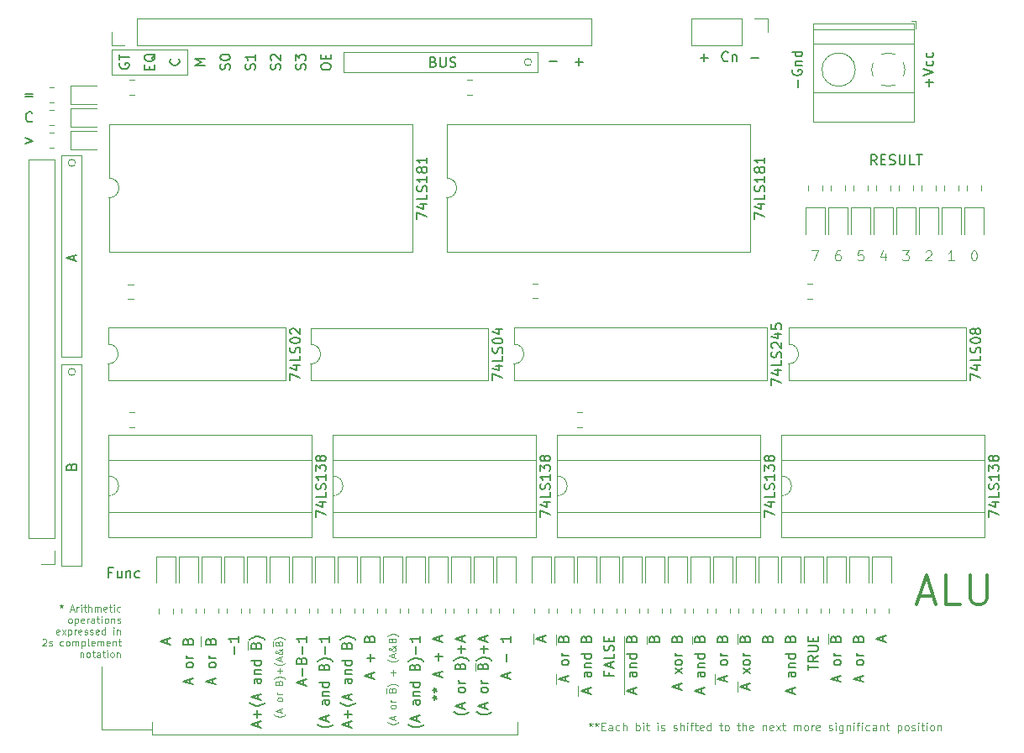
<source format=gbr>
%TF.GenerationSoftware,KiCad,Pcbnew,(5.1.9-0-10_14)*%
%TF.CreationDate,2021-07-06T01:07:33-04:00*%
%TF.ProjectId,ALU-181,414c552d-3138-4312-9e6b-696361645f70,rev?*%
%TF.SameCoordinates,Original*%
%TF.FileFunction,Legend,Top*%
%TF.FilePolarity,Positive*%
%FSLAX46Y46*%
G04 Gerber Fmt 4.6, Leading zero omitted, Abs format (unit mm)*
G04 Created by KiCad (PCBNEW (5.1.9-0-10_14)) date 2021-07-06 01:07:33*
%MOMM*%
%LPD*%
G01*
G04 APERTURE LIST*
%ADD10C,0.150000*%
%ADD11C,0.120000*%
%ADD12C,0.100000*%
%ADD13C,0.300000*%
%ADD14C,0.200000*%
G04 APERTURE END LIST*
D10*
X94107047Y-17311714D02*
X94868952Y-17597428D01*
X94107047Y-17883142D01*
X94797523Y-15597142D02*
X94749904Y-15644761D01*
X94607047Y-15692380D01*
X94511809Y-15692380D01*
X94368952Y-15644761D01*
X94273714Y-15549523D01*
X94226095Y-15454285D01*
X94178476Y-15263809D01*
X94178476Y-15120952D01*
X94226095Y-14930476D01*
X94273714Y-14835238D01*
X94368952Y-14740000D01*
X94511809Y-14692380D01*
X94607047Y-14692380D01*
X94749904Y-14740000D01*
X94797523Y-14787619D01*
X94107047Y-12882571D02*
X94868952Y-12882571D01*
X94868952Y-13168285D02*
X94107047Y-13168285D01*
D11*
X102870000Y-10668000D02*
X102870000Y-10922000D01*
X110490000Y-10668000D02*
X110490000Y-10922000D01*
X110490000Y-8382000D02*
X106680000Y-8382000D01*
X110490000Y-10668000D02*
X110490000Y-8382000D01*
X102870000Y-10922000D02*
X110490000Y-10922000D01*
X102870000Y-8382000D02*
X102870000Y-10668000D01*
X106680000Y-8382000D02*
X102870000Y-8382000D01*
X101854000Y-76962000D02*
X106934000Y-76962000D01*
X101854000Y-70612000D02*
X101854000Y-76962000D01*
X106934000Y-77470000D02*
X106934000Y-76200000D01*
X143764000Y-77470000D02*
X106934000Y-77470000D01*
X143764000Y-76200000D02*
X143764000Y-77470000D01*
D12*
X97754333Y-64372666D02*
X97754333Y-64539333D01*
X97587666Y-64472666D02*
X97754333Y-64539333D01*
X97921000Y-64472666D01*
X97654333Y-64672666D02*
X97754333Y-64539333D01*
X97854333Y-64672666D01*
X98687666Y-64872666D02*
X99021000Y-64872666D01*
X98621000Y-65072666D02*
X98854333Y-64372666D01*
X99087666Y-65072666D01*
X99321000Y-65072666D02*
X99321000Y-64606000D01*
X99321000Y-64739333D02*
X99354333Y-64672666D01*
X99387666Y-64639333D01*
X99454333Y-64606000D01*
X99521000Y-64606000D01*
X99754333Y-65072666D02*
X99754333Y-64606000D01*
X99754333Y-64372666D02*
X99721000Y-64406000D01*
X99754333Y-64439333D01*
X99787666Y-64406000D01*
X99754333Y-64372666D01*
X99754333Y-64439333D01*
X99987666Y-64606000D02*
X100254333Y-64606000D01*
X100087666Y-64372666D02*
X100087666Y-64972666D01*
X100121000Y-65039333D01*
X100187666Y-65072666D01*
X100254333Y-65072666D01*
X100487666Y-65072666D02*
X100487666Y-64372666D01*
X100787666Y-65072666D02*
X100787666Y-64706000D01*
X100754333Y-64639333D01*
X100687666Y-64606000D01*
X100587666Y-64606000D01*
X100521000Y-64639333D01*
X100487666Y-64672666D01*
X101121000Y-65072666D02*
X101121000Y-64606000D01*
X101121000Y-64672666D02*
X101154333Y-64639333D01*
X101221000Y-64606000D01*
X101321000Y-64606000D01*
X101387666Y-64639333D01*
X101421000Y-64706000D01*
X101421000Y-65072666D01*
X101421000Y-64706000D02*
X101454333Y-64639333D01*
X101521000Y-64606000D01*
X101621000Y-64606000D01*
X101687666Y-64639333D01*
X101721000Y-64706000D01*
X101721000Y-65072666D01*
X102321000Y-65039333D02*
X102254333Y-65072666D01*
X102121000Y-65072666D01*
X102054333Y-65039333D01*
X102021000Y-64972666D01*
X102021000Y-64706000D01*
X102054333Y-64639333D01*
X102121000Y-64606000D01*
X102254333Y-64606000D01*
X102321000Y-64639333D01*
X102354333Y-64706000D01*
X102354333Y-64772666D01*
X102021000Y-64839333D01*
X102554333Y-64606000D02*
X102821000Y-64606000D01*
X102654333Y-64372666D02*
X102654333Y-64972666D01*
X102687666Y-65039333D01*
X102754333Y-65072666D01*
X102821000Y-65072666D01*
X103054333Y-65072666D02*
X103054333Y-64606000D01*
X103054333Y-64372666D02*
X103021000Y-64406000D01*
X103054333Y-64439333D01*
X103087666Y-64406000D01*
X103054333Y-64372666D01*
X103054333Y-64439333D01*
X103687666Y-65039333D02*
X103621000Y-65072666D01*
X103487666Y-65072666D01*
X103421000Y-65039333D01*
X103387666Y-65006000D01*
X103354333Y-64939333D01*
X103354333Y-64739333D01*
X103387666Y-64672666D01*
X103421000Y-64639333D01*
X103487666Y-64606000D01*
X103621000Y-64606000D01*
X103687666Y-64639333D01*
X98587666Y-66222666D02*
X98521000Y-66189333D01*
X98487666Y-66156000D01*
X98454333Y-66089333D01*
X98454333Y-65889333D01*
X98487666Y-65822666D01*
X98521000Y-65789333D01*
X98587666Y-65756000D01*
X98687666Y-65756000D01*
X98754333Y-65789333D01*
X98787666Y-65822666D01*
X98821000Y-65889333D01*
X98821000Y-66089333D01*
X98787666Y-66156000D01*
X98754333Y-66189333D01*
X98687666Y-66222666D01*
X98587666Y-66222666D01*
X99121000Y-65756000D02*
X99121000Y-66456000D01*
X99121000Y-65789333D02*
X99187666Y-65756000D01*
X99321000Y-65756000D01*
X99387666Y-65789333D01*
X99421000Y-65822666D01*
X99454333Y-65889333D01*
X99454333Y-66089333D01*
X99421000Y-66156000D01*
X99387666Y-66189333D01*
X99321000Y-66222666D01*
X99187666Y-66222666D01*
X99121000Y-66189333D01*
X100021000Y-66189333D02*
X99954333Y-66222666D01*
X99821000Y-66222666D01*
X99754333Y-66189333D01*
X99721000Y-66122666D01*
X99721000Y-65856000D01*
X99754333Y-65789333D01*
X99821000Y-65756000D01*
X99954333Y-65756000D01*
X100021000Y-65789333D01*
X100054333Y-65856000D01*
X100054333Y-65922666D01*
X99721000Y-65989333D01*
X100354333Y-66222666D02*
X100354333Y-65756000D01*
X100354333Y-65889333D02*
X100387666Y-65822666D01*
X100421000Y-65789333D01*
X100487666Y-65756000D01*
X100554333Y-65756000D01*
X101087666Y-66222666D02*
X101087666Y-65856000D01*
X101054333Y-65789333D01*
X100987666Y-65756000D01*
X100854333Y-65756000D01*
X100787666Y-65789333D01*
X101087666Y-66189333D02*
X101021000Y-66222666D01*
X100854333Y-66222666D01*
X100787666Y-66189333D01*
X100754333Y-66122666D01*
X100754333Y-66056000D01*
X100787666Y-65989333D01*
X100854333Y-65956000D01*
X101021000Y-65956000D01*
X101087666Y-65922666D01*
X101321000Y-65756000D02*
X101587666Y-65756000D01*
X101421000Y-65522666D02*
X101421000Y-66122666D01*
X101454333Y-66189333D01*
X101521000Y-66222666D01*
X101587666Y-66222666D01*
X101821000Y-66222666D02*
X101821000Y-65756000D01*
X101821000Y-65522666D02*
X101787666Y-65556000D01*
X101821000Y-65589333D01*
X101854333Y-65556000D01*
X101821000Y-65522666D01*
X101821000Y-65589333D01*
X102254333Y-66222666D02*
X102187666Y-66189333D01*
X102154333Y-66156000D01*
X102121000Y-66089333D01*
X102121000Y-65889333D01*
X102154333Y-65822666D01*
X102187666Y-65789333D01*
X102254333Y-65756000D01*
X102354333Y-65756000D01*
X102421000Y-65789333D01*
X102454333Y-65822666D01*
X102487666Y-65889333D01*
X102487666Y-66089333D01*
X102454333Y-66156000D01*
X102421000Y-66189333D01*
X102354333Y-66222666D01*
X102254333Y-66222666D01*
X102787666Y-65756000D02*
X102787666Y-66222666D01*
X102787666Y-65822666D02*
X102821000Y-65789333D01*
X102887666Y-65756000D01*
X102987666Y-65756000D01*
X103054333Y-65789333D01*
X103087666Y-65856000D01*
X103087666Y-66222666D01*
X103387666Y-66189333D02*
X103454333Y-66222666D01*
X103587666Y-66222666D01*
X103654333Y-66189333D01*
X103687666Y-66122666D01*
X103687666Y-66089333D01*
X103654333Y-66022666D01*
X103587666Y-65989333D01*
X103487666Y-65989333D01*
X103421000Y-65956000D01*
X103387666Y-65889333D01*
X103387666Y-65856000D01*
X103421000Y-65789333D01*
X103487666Y-65756000D01*
X103587666Y-65756000D01*
X103654333Y-65789333D01*
X97554333Y-67339333D02*
X97487666Y-67372666D01*
X97354333Y-67372666D01*
X97287666Y-67339333D01*
X97254333Y-67272666D01*
X97254333Y-67006000D01*
X97287666Y-66939333D01*
X97354333Y-66906000D01*
X97487666Y-66906000D01*
X97554333Y-66939333D01*
X97587666Y-67006000D01*
X97587666Y-67072666D01*
X97254333Y-67139333D01*
X97821000Y-67372666D02*
X98187666Y-66906000D01*
X97821000Y-66906000D02*
X98187666Y-67372666D01*
X98454333Y-66906000D02*
X98454333Y-67606000D01*
X98454333Y-66939333D02*
X98521000Y-66906000D01*
X98654333Y-66906000D01*
X98721000Y-66939333D01*
X98754333Y-66972666D01*
X98787666Y-67039333D01*
X98787666Y-67239333D01*
X98754333Y-67306000D01*
X98721000Y-67339333D01*
X98654333Y-67372666D01*
X98521000Y-67372666D01*
X98454333Y-67339333D01*
X99087666Y-67372666D02*
X99087666Y-66906000D01*
X99087666Y-67039333D02*
X99121000Y-66972666D01*
X99154333Y-66939333D01*
X99221000Y-66906000D01*
X99287666Y-66906000D01*
X99787666Y-67339333D02*
X99721000Y-67372666D01*
X99587666Y-67372666D01*
X99521000Y-67339333D01*
X99487666Y-67272666D01*
X99487666Y-67006000D01*
X99521000Y-66939333D01*
X99587666Y-66906000D01*
X99721000Y-66906000D01*
X99787666Y-66939333D01*
X99821000Y-67006000D01*
X99821000Y-67072666D01*
X99487666Y-67139333D01*
X100087666Y-67339333D02*
X100154333Y-67372666D01*
X100287666Y-67372666D01*
X100354333Y-67339333D01*
X100387666Y-67272666D01*
X100387666Y-67239333D01*
X100354333Y-67172666D01*
X100287666Y-67139333D01*
X100187666Y-67139333D01*
X100121000Y-67106000D01*
X100087666Y-67039333D01*
X100087666Y-67006000D01*
X100121000Y-66939333D01*
X100187666Y-66906000D01*
X100287666Y-66906000D01*
X100354333Y-66939333D01*
X100654333Y-67339333D02*
X100721000Y-67372666D01*
X100854333Y-67372666D01*
X100921000Y-67339333D01*
X100954333Y-67272666D01*
X100954333Y-67239333D01*
X100921000Y-67172666D01*
X100854333Y-67139333D01*
X100754333Y-67139333D01*
X100687666Y-67106000D01*
X100654333Y-67039333D01*
X100654333Y-67006000D01*
X100687666Y-66939333D01*
X100754333Y-66906000D01*
X100854333Y-66906000D01*
X100921000Y-66939333D01*
X101521000Y-67339333D02*
X101454333Y-67372666D01*
X101321000Y-67372666D01*
X101254333Y-67339333D01*
X101221000Y-67272666D01*
X101221000Y-67006000D01*
X101254333Y-66939333D01*
X101321000Y-66906000D01*
X101454333Y-66906000D01*
X101521000Y-66939333D01*
X101554333Y-67006000D01*
X101554333Y-67072666D01*
X101221000Y-67139333D01*
X102154333Y-67372666D02*
X102154333Y-66672666D01*
X102154333Y-67339333D02*
X102087666Y-67372666D01*
X101954333Y-67372666D01*
X101887666Y-67339333D01*
X101854333Y-67306000D01*
X101821000Y-67239333D01*
X101821000Y-67039333D01*
X101854333Y-66972666D01*
X101887666Y-66939333D01*
X101954333Y-66906000D01*
X102087666Y-66906000D01*
X102154333Y-66939333D01*
X103021000Y-67372666D02*
X103021000Y-66906000D01*
X103021000Y-66672666D02*
X102987666Y-66706000D01*
X103021000Y-66739333D01*
X103054333Y-66706000D01*
X103021000Y-66672666D01*
X103021000Y-66739333D01*
X103354333Y-66906000D02*
X103354333Y-67372666D01*
X103354333Y-66972666D02*
X103387666Y-66939333D01*
X103454333Y-66906000D01*
X103554333Y-66906000D01*
X103621000Y-66939333D01*
X103654333Y-67006000D01*
X103654333Y-67372666D01*
X95854333Y-67889333D02*
X95887666Y-67856000D01*
X95954333Y-67822666D01*
X96121000Y-67822666D01*
X96187666Y-67856000D01*
X96221000Y-67889333D01*
X96254333Y-67956000D01*
X96254333Y-68022666D01*
X96221000Y-68122666D01*
X95821000Y-68522666D01*
X96254333Y-68522666D01*
X96521000Y-68489333D02*
X96587666Y-68522666D01*
X96721000Y-68522666D01*
X96787666Y-68489333D01*
X96821000Y-68422666D01*
X96821000Y-68389333D01*
X96787666Y-68322666D01*
X96721000Y-68289333D01*
X96621000Y-68289333D01*
X96554333Y-68256000D01*
X96521000Y-68189333D01*
X96521000Y-68156000D01*
X96554333Y-68089333D01*
X96621000Y-68056000D01*
X96721000Y-68056000D01*
X96787666Y-68089333D01*
X97954333Y-68489333D02*
X97887666Y-68522666D01*
X97754333Y-68522666D01*
X97687666Y-68489333D01*
X97654333Y-68456000D01*
X97621000Y-68389333D01*
X97621000Y-68189333D01*
X97654333Y-68122666D01*
X97687666Y-68089333D01*
X97754333Y-68056000D01*
X97887666Y-68056000D01*
X97954333Y-68089333D01*
X98354333Y-68522666D02*
X98287666Y-68489333D01*
X98254333Y-68456000D01*
X98221000Y-68389333D01*
X98221000Y-68189333D01*
X98254333Y-68122666D01*
X98287666Y-68089333D01*
X98354333Y-68056000D01*
X98454333Y-68056000D01*
X98521000Y-68089333D01*
X98554333Y-68122666D01*
X98587666Y-68189333D01*
X98587666Y-68389333D01*
X98554333Y-68456000D01*
X98521000Y-68489333D01*
X98454333Y-68522666D01*
X98354333Y-68522666D01*
X98887666Y-68522666D02*
X98887666Y-68056000D01*
X98887666Y-68122666D02*
X98921000Y-68089333D01*
X98987666Y-68056000D01*
X99087666Y-68056000D01*
X99154333Y-68089333D01*
X99187666Y-68156000D01*
X99187666Y-68522666D01*
X99187666Y-68156000D02*
X99221000Y-68089333D01*
X99287666Y-68056000D01*
X99387666Y-68056000D01*
X99454333Y-68089333D01*
X99487666Y-68156000D01*
X99487666Y-68522666D01*
X99821000Y-68056000D02*
X99821000Y-68756000D01*
X99821000Y-68089333D02*
X99887666Y-68056000D01*
X100021000Y-68056000D01*
X100087666Y-68089333D01*
X100121000Y-68122666D01*
X100154333Y-68189333D01*
X100154333Y-68389333D01*
X100121000Y-68456000D01*
X100087666Y-68489333D01*
X100021000Y-68522666D01*
X99887666Y-68522666D01*
X99821000Y-68489333D01*
X100554333Y-68522666D02*
X100487666Y-68489333D01*
X100454333Y-68422666D01*
X100454333Y-67822666D01*
X101087666Y-68489333D02*
X101021000Y-68522666D01*
X100887666Y-68522666D01*
X100821000Y-68489333D01*
X100787666Y-68422666D01*
X100787666Y-68156000D01*
X100821000Y-68089333D01*
X100887666Y-68056000D01*
X101021000Y-68056000D01*
X101087666Y-68089333D01*
X101121000Y-68156000D01*
X101121000Y-68222666D01*
X100787666Y-68289333D01*
X101421000Y-68522666D02*
X101421000Y-68056000D01*
X101421000Y-68122666D02*
X101454333Y-68089333D01*
X101521000Y-68056000D01*
X101621000Y-68056000D01*
X101687666Y-68089333D01*
X101721000Y-68156000D01*
X101721000Y-68522666D01*
X101721000Y-68156000D02*
X101754333Y-68089333D01*
X101821000Y-68056000D01*
X101921000Y-68056000D01*
X101987666Y-68089333D01*
X102021000Y-68156000D01*
X102021000Y-68522666D01*
X102621000Y-68489333D02*
X102554333Y-68522666D01*
X102421000Y-68522666D01*
X102354333Y-68489333D01*
X102321000Y-68422666D01*
X102321000Y-68156000D01*
X102354333Y-68089333D01*
X102421000Y-68056000D01*
X102554333Y-68056000D01*
X102621000Y-68089333D01*
X102654333Y-68156000D01*
X102654333Y-68222666D01*
X102321000Y-68289333D01*
X102954333Y-68056000D02*
X102954333Y-68522666D01*
X102954333Y-68122666D02*
X102987666Y-68089333D01*
X103054333Y-68056000D01*
X103154333Y-68056000D01*
X103221000Y-68089333D01*
X103254333Y-68156000D01*
X103254333Y-68522666D01*
X103487666Y-68056000D02*
X103754333Y-68056000D01*
X103587666Y-67822666D02*
X103587666Y-68422666D01*
X103621000Y-68489333D01*
X103687666Y-68522666D01*
X103754333Y-68522666D01*
X99687666Y-69206000D02*
X99687666Y-69672666D01*
X99687666Y-69272666D02*
X99721000Y-69239333D01*
X99787666Y-69206000D01*
X99887666Y-69206000D01*
X99954333Y-69239333D01*
X99987666Y-69306000D01*
X99987666Y-69672666D01*
X100421000Y-69672666D02*
X100354333Y-69639333D01*
X100321000Y-69606000D01*
X100287666Y-69539333D01*
X100287666Y-69339333D01*
X100321000Y-69272666D01*
X100354333Y-69239333D01*
X100421000Y-69206000D01*
X100521000Y-69206000D01*
X100587666Y-69239333D01*
X100621000Y-69272666D01*
X100654333Y-69339333D01*
X100654333Y-69539333D01*
X100621000Y-69606000D01*
X100587666Y-69639333D01*
X100521000Y-69672666D01*
X100421000Y-69672666D01*
X100854333Y-69206000D02*
X101121000Y-69206000D01*
X100954333Y-68972666D02*
X100954333Y-69572666D01*
X100987666Y-69639333D01*
X101054333Y-69672666D01*
X101121000Y-69672666D01*
X101654333Y-69672666D02*
X101654333Y-69306000D01*
X101621000Y-69239333D01*
X101554333Y-69206000D01*
X101421000Y-69206000D01*
X101354333Y-69239333D01*
X101654333Y-69639333D02*
X101587666Y-69672666D01*
X101421000Y-69672666D01*
X101354333Y-69639333D01*
X101321000Y-69572666D01*
X101321000Y-69506000D01*
X101354333Y-69439333D01*
X101421000Y-69406000D01*
X101587666Y-69406000D01*
X101654333Y-69372666D01*
X101887666Y-69206000D02*
X102154333Y-69206000D01*
X101987666Y-68972666D02*
X101987666Y-69572666D01*
X102021000Y-69639333D01*
X102087666Y-69672666D01*
X102154333Y-69672666D01*
X102387666Y-69672666D02*
X102387666Y-69206000D01*
X102387666Y-68972666D02*
X102354333Y-69006000D01*
X102387666Y-69039333D01*
X102421000Y-69006000D01*
X102387666Y-68972666D01*
X102387666Y-69039333D01*
X102821000Y-69672666D02*
X102754333Y-69639333D01*
X102721000Y-69606000D01*
X102687666Y-69539333D01*
X102687666Y-69339333D01*
X102721000Y-69272666D01*
X102754333Y-69239333D01*
X102821000Y-69206000D01*
X102921000Y-69206000D01*
X102987666Y-69239333D01*
X103021000Y-69272666D01*
X103054333Y-69339333D01*
X103054333Y-69539333D01*
X103021000Y-69606000D01*
X102987666Y-69639333D01*
X102921000Y-69672666D01*
X102821000Y-69672666D01*
X103354333Y-69206000D02*
X103354333Y-69672666D01*
X103354333Y-69272666D02*
X103387666Y-69239333D01*
X103454333Y-69206000D01*
X103554333Y-69206000D01*
X103621000Y-69239333D01*
X103654333Y-69306000D01*
X103654333Y-69672666D01*
X151120238Y-76269904D02*
X151120238Y-76460380D01*
X150929761Y-76384190D02*
X151120238Y-76460380D01*
X151310714Y-76384190D01*
X151005952Y-76612761D02*
X151120238Y-76460380D01*
X151234523Y-76612761D01*
X151729761Y-76269904D02*
X151729761Y-76460380D01*
X151539285Y-76384190D02*
X151729761Y-76460380D01*
X151920238Y-76384190D01*
X151615476Y-76612761D02*
X151729761Y-76460380D01*
X151844047Y-76612761D01*
X152225000Y-76650857D02*
X152491666Y-76650857D01*
X152605952Y-77069904D02*
X152225000Y-77069904D01*
X152225000Y-76269904D01*
X152605952Y-76269904D01*
X153291666Y-77069904D02*
X153291666Y-76650857D01*
X153253571Y-76574666D01*
X153177380Y-76536571D01*
X153025000Y-76536571D01*
X152948809Y-76574666D01*
X153291666Y-77031809D02*
X153215476Y-77069904D01*
X153025000Y-77069904D01*
X152948809Y-77031809D01*
X152910714Y-76955619D01*
X152910714Y-76879428D01*
X152948809Y-76803238D01*
X153025000Y-76765142D01*
X153215476Y-76765142D01*
X153291666Y-76727047D01*
X154015476Y-77031809D02*
X153939285Y-77069904D01*
X153786904Y-77069904D01*
X153710714Y-77031809D01*
X153672619Y-76993714D01*
X153634523Y-76917523D01*
X153634523Y-76688952D01*
X153672619Y-76612761D01*
X153710714Y-76574666D01*
X153786904Y-76536571D01*
X153939285Y-76536571D01*
X154015476Y-76574666D01*
X154358333Y-77069904D02*
X154358333Y-76269904D01*
X154701190Y-77069904D02*
X154701190Y-76650857D01*
X154663095Y-76574666D01*
X154586904Y-76536571D01*
X154472619Y-76536571D01*
X154396428Y-76574666D01*
X154358333Y-76612761D01*
X155691666Y-77069904D02*
X155691666Y-76269904D01*
X155691666Y-76574666D02*
X155767857Y-76536571D01*
X155920238Y-76536571D01*
X155996428Y-76574666D01*
X156034523Y-76612761D01*
X156072619Y-76688952D01*
X156072619Y-76917523D01*
X156034523Y-76993714D01*
X155996428Y-77031809D01*
X155920238Y-77069904D01*
X155767857Y-77069904D01*
X155691666Y-77031809D01*
X156415476Y-77069904D02*
X156415476Y-76536571D01*
X156415476Y-76269904D02*
X156377380Y-76308000D01*
X156415476Y-76346095D01*
X156453571Y-76308000D01*
X156415476Y-76269904D01*
X156415476Y-76346095D01*
X156682142Y-76536571D02*
X156986904Y-76536571D01*
X156796428Y-76269904D02*
X156796428Y-76955619D01*
X156834523Y-77031809D01*
X156910714Y-77069904D01*
X156986904Y-77069904D01*
X157863095Y-77069904D02*
X157863095Y-76536571D01*
X157863095Y-76269904D02*
X157825000Y-76308000D01*
X157863095Y-76346095D01*
X157901190Y-76308000D01*
X157863095Y-76269904D01*
X157863095Y-76346095D01*
X158205952Y-77031809D02*
X158282142Y-77069904D01*
X158434523Y-77069904D01*
X158510714Y-77031809D01*
X158548809Y-76955619D01*
X158548809Y-76917523D01*
X158510714Y-76841333D01*
X158434523Y-76803238D01*
X158320238Y-76803238D01*
X158244047Y-76765142D01*
X158205952Y-76688952D01*
X158205952Y-76650857D01*
X158244047Y-76574666D01*
X158320238Y-76536571D01*
X158434523Y-76536571D01*
X158510714Y-76574666D01*
X159463095Y-77031809D02*
X159539285Y-77069904D01*
X159691666Y-77069904D01*
X159767857Y-77031809D01*
X159805952Y-76955619D01*
X159805952Y-76917523D01*
X159767857Y-76841333D01*
X159691666Y-76803238D01*
X159577380Y-76803238D01*
X159501190Y-76765142D01*
X159463095Y-76688952D01*
X159463095Y-76650857D01*
X159501190Y-76574666D01*
X159577380Y-76536571D01*
X159691666Y-76536571D01*
X159767857Y-76574666D01*
X160148809Y-77069904D02*
X160148809Y-76269904D01*
X160491666Y-77069904D02*
X160491666Y-76650857D01*
X160453571Y-76574666D01*
X160377380Y-76536571D01*
X160263095Y-76536571D01*
X160186904Y-76574666D01*
X160148809Y-76612761D01*
X160872619Y-77069904D02*
X160872619Y-76536571D01*
X160872619Y-76269904D02*
X160834523Y-76308000D01*
X160872619Y-76346095D01*
X160910714Y-76308000D01*
X160872619Y-76269904D01*
X160872619Y-76346095D01*
X161139285Y-76536571D02*
X161444047Y-76536571D01*
X161253571Y-77069904D02*
X161253571Y-76384190D01*
X161291666Y-76308000D01*
X161367857Y-76269904D01*
X161444047Y-76269904D01*
X161596428Y-76536571D02*
X161901190Y-76536571D01*
X161710714Y-76269904D02*
X161710714Y-76955619D01*
X161748809Y-77031809D01*
X161825000Y-77069904D01*
X161901190Y-77069904D01*
X162472619Y-77031809D02*
X162396428Y-77069904D01*
X162244047Y-77069904D01*
X162167857Y-77031809D01*
X162129761Y-76955619D01*
X162129761Y-76650857D01*
X162167857Y-76574666D01*
X162244047Y-76536571D01*
X162396428Y-76536571D01*
X162472619Y-76574666D01*
X162510714Y-76650857D01*
X162510714Y-76727047D01*
X162129761Y-76803238D01*
X163196428Y-77069904D02*
X163196428Y-76269904D01*
X163196428Y-77031809D02*
X163120238Y-77069904D01*
X162967857Y-77069904D01*
X162891666Y-77031809D01*
X162853571Y-76993714D01*
X162815476Y-76917523D01*
X162815476Y-76688952D01*
X162853571Y-76612761D01*
X162891666Y-76574666D01*
X162967857Y-76536571D01*
X163120238Y-76536571D01*
X163196428Y-76574666D01*
X164072619Y-76536571D02*
X164377380Y-76536571D01*
X164186904Y-76269904D02*
X164186904Y-76955619D01*
X164225000Y-77031809D01*
X164301190Y-77069904D01*
X164377380Y-77069904D01*
X164758333Y-77069904D02*
X164682142Y-77031809D01*
X164644047Y-76993714D01*
X164605952Y-76917523D01*
X164605952Y-76688952D01*
X164644047Y-76612761D01*
X164682142Y-76574666D01*
X164758333Y-76536571D01*
X164872619Y-76536571D01*
X164948809Y-76574666D01*
X164986904Y-76612761D01*
X165025000Y-76688952D01*
X165025000Y-76917523D01*
X164986904Y-76993714D01*
X164948809Y-77031809D01*
X164872619Y-77069904D01*
X164758333Y-77069904D01*
X165863095Y-76536571D02*
X166167857Y-76536571D01*
X165977380Y-76269904D02*
X165977380Y-76955619D01*
X166015476Y-77031809D01*
X166091666Y-77069904D01*
X166167857Y-77069904D01*
X166434523Y-77069904D02*
X166434523Y-76269904D01*
X166777380Y-77069904D02*
X166777380Y-76650857D01*
X166739285Y-76574666D01*
X166663095Y-76536571D01*
X166548809Y-76536571D01*
X166472619Y-76574666D01*
X166434523Y-76612761D01*
X167463095Y-77031809D02*
X167386904Y-77069904D01*
X167234523Y-77069904D01*
X167158333Y-77031809D01*
X167120238Y-76955619D01*
X167120238Y-76650857D01*
X167158333Y-76574666D01*
X167234523Y-76536571D01*
X167386904Y-76536571D01*
X167463095Y-76574666D01*
X167501190Y-76650857D01*
X167501190Y-76727047D01*
X167120238Y-76803238D01*
X168453571Y-76536571D02*
X168453571Y-77069904D01*
X168453571Y-76612761D02*
X168491666Y-76574666D01*
X168567857Y-76536571D01*
X168682142Y-76536571D01*
X168758333Y-76574666D01*
X168796428Y-76650857D01*
X168796428Y-77069904D01*
X169482142Y-77031809D02*
X169405952Y-77069904D01*
X169253571Y-77069904D01*
X169177380Y-77031809D01*
X169139285Y-76955619D01*
X169139285Y-76650857D01*
X169177380Y-76574666D01*
X169253571Y-76536571D01*
X169405952Y-76536571D01*
X169482142Y-76574666D01*
X169520238Y-76650857D01*
X169520238Y-76727047D01*
X169139285Y-76803238D01*
X169786904Y-77069904D02*
X170205952Y-76536571D01*
X169786904Y-76536571D02*
X170205952Y-77069904D01*
X170396428Y-76536571D02*
X170701190Y-76536571D01*
X170510714Y-76269904D02*
X170510714Y-76955619D01*
X170548809Y-77031809D01*
X170625000Y-77069904D01*
X170701190Y-77069904D01*
X171577380Y-77069904D02*
X171577380Y-76536571D01*
X171577380Y-76612761D02*
X171615476Y-76574666D01*
X171691666Y-76536571D01*
X171805952Y-76536571D01*
X171882142Y-76574666D01*
X171920238Y-76650857D01*
X171920238Y-77069904D01*
X171920238Y-76650857D02*
X171958333Y-76574666D01*
X172034523Y-76536571D01*
X172148809Y-76536571D01*
X172225000Y-76574666D01*
X172263095Y-76650857D01*
X172263095Y-77069904D01*
X172758333Y-77069904D02*
X172682142Y-77031809D01*
X172644047Y-76993714D01*
X172605952Y-76917523D01*
X172605952Y-76688952D01*
X172644047Y-76612761D01*
X172682142Y-76574666D01*
X172758333Y-76536571D01*
X172872619Y-76536571D01*
X172948809Y-76574666D01*
X172986904Y-76612761D01*
X173025000Y-76688952D01*
X173025000Y-76917523D01*
X172986904Y-76993714D01*
X172948809Y-77031809D01*
X172872619Y-77069904D01*
X172758333Y-77069904D01*
X173367857Y-77069904D02*
X173367857Y-76536571D01*
X173367857Y-76688952D02*
X173405952Y-76612761D01*
X173444047Y-76574666D01*
X173520238Y-76536571D01*
X173596428Y-76536571D01*
X174167857Y-77031809D02*
X174091666Y-77069904D01*
X173939285Y-77069904D01*
X173863095Y-77031809D01*
X173825000Y-76955619D01*
X173825000Y-76650857D01*
X173863095Y-76574666D01*
X173939285Y-76536571D01*
X174091666Y-76536571D01*
X174167857Y-76574666D01*
X174205952Y-76650857D01*
X174205952Y-76727047D01*
X173825000Y-76803238D01*
X175120238Y-77031809D02*
X175196428Y-77069904D01*
X175348809Y-77069904D01*
X175425000Y-77031809D01*
X175463095Y-76955619D01*
X175463095Y-76917523D01*
X175425000Y-76841333D01*
X175348809Y-76803238D01*
X175234523Y-76803238D01*
X175158333Y-76765142D01*
X175120238Y-76688952D01*
X175120238Y-76650857D01*
X175158333Y-76574666D01*
X175234523Y-76536571D01*
X175348809Y-76536571D01*
X175425000Y-76574666D01*
X175805952Y-77069904D02*
X175805952Y-76536571D01*
X175805952Y-76269904D02*
X175767857Y-76308000D01*
X175805952Y-76346095D01*
X175844047Y-76308000D01*
X175805952Y-76269904D01*
X175805952Y-76346095D01*
X176529761Y-76536571D02*
X176529761Y-77184190D01*
X176491666Y-77260380D01*
X176453571Y-77298476D01*
X176377380Y-77336571D01*
X176263095Y-77336571D01*
X176186904Y-77298476D01*
X176529761Y-77031809D02*
X176453571Y-77069904D01*
X176301190Y-77069904D01*
X176225000Y-77031809D01*
X176186904Y-76993714D01*
X176148809Y-76917523D01*
X176148809Y-76688952D01*
X176186904Y-76612761D01*
X176225000Y-76574666D01*
X176301190Y-76536571D01*
X176453571Y-76536571D01*
X176529761Y-76574666D01*
X176910714Y-76536571D02*
X176910714Y-77069904D01*
X176910714Y-76612761D02*
X176948809Y-76574666D01*
X177025000Y-76536571D01*
X177139285Y-76536571D01*
X177215476Y-76574666D01*
X177253571Y-76650857D01*
X177253571Y-77069904D01*
X177634523Y-77069904D02*
X177634523Y-76536571D01*
X177634523Y-76269904D02*
X177596428Y-76308000D01*
X177634523Y-76346095D01*
X177672619Y-76308000D01*
X177634523Y-76269904D01*
X177634523Y-76346095D01*
X177901190Y-76536571D02*
X178205952Y-76536571D01*
X178015476Y-77069904D02*
X178015476Y-76384190D01*
X178053571Y-76308000D01*
X178129761Y-76269904D01*
X178205952Y-76269904D01*
X178472619Y-77069904D02*
X178472619Y-76536571D01*
X178472619Y-76269904D02*
X178434523Y-76308000D01*
X178472619Y-76346095D01*
X178510714Y-76308000D01*
X178472619Y-76269904D01*
X178472619Y-76346095D01*
X179196428Y-77031809D02*
X179120238Y-77069904D01*
X178967857Y-77069904D01*
X178891666Y-77031809D01*
X178853571Y-76993714D01*
X178815476Y-76917523D01*
X178815476Y-76688952D01*
X178853571Y-76612761D01*
X178891666Y-76574666D01*
X178967857Y-76536571D01*
X179120238Y-76536571D01*
X179196428Y-76574666D01*
X179882142Y-77069904D02*
X179882142Y-76650857D01*
X179844047Y-76574666D01*
X179767857Y-76536571D01*
X179615476Y-76536571D01*
X179539285Y-76574666D01*
X179882142Y-77031809D02*
X179805952Y-77069904D01*
X179615476Y-77069904D01*
X179539285Y-77031809D01*
X179501190Y-76955619D01*
X179501190Y-76879428D01*
X179539285Y-76803238D01*
X179615476Y-76765142D01*
X179805952Y-76765142D01*
X179882142Y-76727047D01*
X180263095Y-76536571D02*
X180263095Y-77069904D01*
X180263095Y-76612761D02*
X180301190Y-76574666D01*
X180377380Y-76536571D01*
X180491666Y-76536571D01*
X180567857Y-76574666D01*
X180605952Y-76650857D01*
X180605952Y-77069904D01*
X180872619Y-76536571D02*
X181177380Y-76536571D01*
X180986904Y-76269904D02*
X180986904Y-76955619D01*
X181025000Y-77031809D01*
X181101190Y-77069904D01*
X181177380Y-77069904D01*
X182053571Y-76536571D02*
X182053571Y-77336571D01*
X182053571Y-76574666D02*
X182129761Y-76536571D01*
X182282142Y-76536571D01*
X182358333Y-76574666D01*
X182396428Y-76612761D01*
X182434523Y-76688952D01*
X182434523Y-76917523D01*
X182396428Y-76993714D01*
X182358333Y-77031809D01*
X182282142Y-77069904D01*
X182129761Y-77069904D01*
X182053571Y-77031809D01*
X182891666Y-77069904D02*
X182815476Y-77031809D01*
X182777380Y-76993714D01*
X182739285Y-76917523D01*
X182739285Y-76688952D01*
X182777380Y-76612761D01*
X182815476Y-76574666D01*
X182891666Y-76536571D01*
X183005952Y-76536571D01*
X183082142Y-76574666D01*
X183120238Y-76612761D01*
X183158333Y-76688952D01*
X183158333Y-76917523D01*
X183120238Y-76993714D01*
X183082142Y-77031809D01*
X183005952Y-77069904D01*
X182891666Y-77069904D01*
X183463095Y-77031809D02*
X183539285Y-77069904D01*
X183691666Y-77069904D01*
X183767857Y-77031809D01*
X183805952Y-76955619D01*
X183805952Y-76917523D01*
X183767857Y-76841333D01*
X183691666Y-76803238D01*
X183577380Y-76803238D01*
X183501190Y-76765142D01*
X183463095Y-76688952D01*
X183463095Y-76650857D01*
X183501190Y-76574666D01*
X183577380Y-76536571D01*
X183691666Y-76536571D01*
X183767857Y-76574666D01*
X184148809Y-77069904D02*
X184148809Y-76536571D01*
X184148809Y-76269904D02*
X184110714Y-76308000D01*
X184148809Y-76346095D01*
X184186904Y-76308000D01*
X184148809Y-76269904D01*
X184148809Y-76346095D01*
X184415476Y-76536571D02*
X184720238Y-76536571D01*
X184529761Y-76269904D02*
X184529761Y-76955619D01*
X184567857Y-77031809D01*
X184644047Y-77069904D01*
X184720238Y-77069904D01*
X184986904Y-77069904D02*
X184986904Y-76536571D01*
X184986904Y-76269904D02*
X184948809Y-76308000D01*
X184986904Y-76346095D01*
X185025000Y-76308000D01*
X184986904Y-76269904D01*
X184986904Y-76346095D01*
X185482142Y-77069904D02*
X185405952Y-77031809D01*
X185367857Y-76993714D01*
X185329761Y-76917523D01*
X185329761Y-76688952D01*
X185367857Y-76612761D01*
X185405952Y-76574666D01*
X185482142Y-76536571D01*
X185596428Y-76536571D01*
X185672619Y-76574666D01*
X185710714Y-76612761D01*
X185748809Y-76688952D01*
X185748809Y-76917523D01*
X185710714Y-76993714D01*
X185672619Y-77031809D01*
X185596428Y-77069904D01*
X185482142Y-77069904D01*
X186091666Y-76536571D02*
X186091666Y-77069904D01*
X186091666Y-76612761D02*
X186129761Y-76574666D01*
X186205952Y-76536571D01*
X186320238Y-76536571D01*
X186396428Y-76574666D01*
X186434523Y-76650857D01*
X186434523Y-77069904D01*
D10*
X102868119Y-61142571D02*
X102534785Y-61142571D01*
X102534785Y-61666380D02*
X102534785Y-60666380D01*
X103010976Y-60666380D01*
X103820500Y-60999714D02*
X103820500Y-61666380D01*
X103391928Y-60999714D02*
X103391928Y-61523523D01*
X103439547Y-61618761D01*
X103534785Y-61666380D01*
X103677642Y-61666380D01*
X103772880Y-61618761D01*
X103820500Y-61571142D01*
X104296690Y-60999714D02*
X104296690Y-61666380D01*
X104296690Y-61094952D02*
X104344309Y-61047333D01*
X104439547Y-60999714D01*
X104582404Y-60999714D01*
X104677642Y-61047333D01*
X104725261Y-61142571D01*
X104725261Y-61666380D01*
X105630023Y-61618761D02*
X105534785Y-61666380D01*
X105344309Y-61666380D01*
X105249071Y-61618761D01*
X105201452Y-61571142D01*
X105153833Y-61475904D01*
X105153833Y-61190190D01*
X105201452Y-61094952D01*
X105249071Y-61047333D01*
X105344309Y-60999714D01*
X105534785Y-60999714D01*
X105630023Y-61047333D01*
D13*
X184206000Y-63492000D02*
X185634571Y-63492000D01*
X183920285Y-64349142D02*
X184920285Y-61349142D01*
X185920285Y-64349142D01*
X188348857Y-64349142D02*
X186920285Y-64349142D01*
X186920285Y-61349142D01*
X189348857Y-61349142D02*
X189348857Y-63777714D01*
X189491714Y-64063428D01*
X189634571Y-64206285D01*
X189920285Y-64349142D01*
X190491714Y-64349142D01*
X190777428Y-64206285D01*
X190920285Y-64063428D01*
X191063142Y-63777714D01*
X191063142Y-61349142D01*
D11*
X145796000Y-8636000D02*
X126238000Y-8636000D01*
X126238000Y-8636000D02*
X126238000Y-10668000D01*
X126238000Y-10668000D02*
X145288000Y-10668000D01*
X145288000Y-10668000D02*
X145796000Y-10668000D01*
X145796000Y-10668000D02*
X145796000Y-8636000D01*
X145139210Y-9652000D02*
G75*
G03*
X145139210Y-9652000I-359210J0D01*
G01*
D10*
X135253428Y-9624571D02*
X135396285Y-9672190D01*
X135443904Y-9719809D01*
X135491523Y-9815047D01*
X135491523Y-9957904D01*
X135443904Y-10053142D01*
X135396285Y-10100761D01*
X135301047Y-10148380D01*
X134920095Y-10148380D01*
X134920095Y-9148380D01*
X135253428Y-9148380D01*
X135348666Y-9196000D01*
X135396285Y-9243619D01*
X135443904Y-9338857D01*
X135443904Y-9434095D01*
X135396285Y-9529333D01*
X135348666Y-9576952D01*
X135253428Y-9624571D01*
X134920095Y-9624571D01*
X135920095Y-9148380D02*
X135920095Y-9957904D01*
X135967714Y-10053142D01*
X136015333Y-10100761D01*
X136110571Y-10148380D01*
X136301047Y-10148380D01*
X136396285Y-10100761D01*
X136443904Y-10053142D01*
X136491523Y-9957904D01*
X136491523Y-9148380D01*
X136920095Y-10100761D02*
X137062952Y-10148380D01*
X137301047Y-10148380D01*
X137396285Y-10100761D01*
X137443904Y-10053142D01*
X137491523Y-9957904D01*
X137491523Y-9862666D01*
X137443904Y-9767428D01*
X137396285Y-9719809D01*
X137301047Y-9672190D01*
X137110571Y-9624571D01*
X137015333Y-9576952D01*
X136967714Y-9529333D01*
X136920095Y-9434095D01*
X136920095Y-9338857D01*
X136967714Y-9243619D01*
X137015333Y-9196000D01*
X137110571Y-9148380D01*
X137348666Y-9148380D01*
X137491523Y-9196000D01*
X149931428Y-10032952D02*
X149931428Y-9271047D01*
X150312380Y-9652000D02*
X149550476Y-9652000D01*
X147700952Y-9580571D02*
X146939047Y-9580571D01*
X123912380Y-10199619D02*
X123912380Y-10009142D01*
X123960000Y-9913904D01*
X124055238Y-9818666D01*
X124245714Y-9771047D01*
X124579047Y-9771047D01*
X124769523Y-9818666D01*
X124864761Y-9913904D01*
X124912380Y-10009142D01*
X124912380Y-10199619D01*
X124864761Y-10294857D01*
X124769523Y-10390095D01*
X124579047Y-10437714D01*
X124245714Y-10437714D01*
X124055238Y-10390095D01*
X123960000Y-10294857D01*
X123912380Y-10199619D01*
X124388571Y-9342476D02*
X124388571Y-9009142D01*
X124912380Y-8866285D02*
X124912380Y-9342476D01*
X123912380Y-9342476D01*
X123912380Y-8866285D01*
X122324761Y-10413904D02*
X122372380Y-10271047D01*
X122372380Y-10032952D01*
X122324761Y-9937714D01*
X122277142Y-9890095D01*
X122181904Y-9842476D01*
X122086666Y-9842476D01*
X121991428Y-9890095D01*
X121943809Y-9937714D01*
X121896190Y-10032952D01*
X121848571Y-10223428D01*
X121800952Y-10318666D01*
X121753333Y-10366285D01*
X121658095Y-10413904D01*
X121562857Y-10413904D01*
X121467619Y-10366285D01*
X121420000Y-10318666D01*
X121372380Y-10223428D01*
X121372380Y-9985333D01*
X121420000Y-9842476D01*
X121372380Y-9509142D02*
X121372380Y-8890095D01*
X121753333Y-9223428D01*
X121753333Y-9080571D01*
X121800952Y-8985333D01*
X121848571Y-8937714D01*
X121943809Y-8890095D01*
X122181904Y-8890095D01*
X122277142Y-8937714D01*
X122324761Y-8985333D01*
X122372380Y-9080571D01*
X122372380Y-9366285D01*
X122324761Y-9461523D01*
X122277142Y-9509142D01*
X119784761Y-10413904D02*
X119832380Y-10271047D01*
X119832380Y-10032952D01*
X119784761Y-9937714D01*
X119737142Y-9890095D01*
X119641904Y-9842476D01*
X119546666Y-9842476D01*
X119451428Y-9890095D01*
X119403809Y-9937714D01*
X119356190Y-10032952D01*
X119308571Y-10223428D01*
X119260952Y-10318666D01*
X119213333Y-10366285D01*
X119118095Y-10413904D01*
X119022857Y-10413904D01*
X118927619Y-10366285D01*
X118880000Y-10318666D01*
X118832380Y-10223428D01*
X118832380Y-9985333D01*
X118880000Y-9842476D01*
X118927619Y-9461523D02*
X118880000Y-9413904D01*
X118832380Y-9318666D01*
X118832380Y-9080571D01*
X118880000Y-8985333D01*
X118927619Y-8937714D01*
X119022857Y-8890095D01*
X119118095Y-8890095D01*
X119260952Y-8937714D01*
X119832380Y-9509142D01*
X119832380Y-8890095D01*
X117244761Y-10413904D02*
X117292380Y-10271047D01*
X117292380Y-10032952D01*
X117244761Y-9937714D01*
X117197142Y-9890095D01*
X117101904Y-9842476D01*
X117006666Y-9842476D01*
X116911428Y-9890095D01*
X116863809Y-9937714D01*
X116816190Y-10032952D01*
X116768571Y-10223428D01*
X116720952Y-10318666D01*
X116673333Y-10366285D01*
X116578095Y-10413904D01*
X116482857Y-10413904D01*
X116387619Y-10366285D01*
X116340000Y-10318666D01*
X116292380Y-10223428D01*
X116292380Y-9985333D01*
X116340000Y-9842476D01*
X117292380Y-8890095D02*
X117292380Y-9461523D01*
X117292380Y-9175809D02*
X116292380Y-9175809D01*
X116435238Y-9271047D01*
X116530476Y-9366285D01*
X116578095Y-9461523D01*
X114704761Y-10413904D02*
X114752380Y-10271047D01*
X114752380Y-10032952D01*
X114704761Y-9937714D01*
X114657142Y-9890095D01*
X114561904Y-9842476D01*
X114466666Y-9842476D01*
X114371428Y-9890095D01*
X114323809Y-9937714D01*
X114276190Y-10032952D01*
X114228571Y-10223428D01*
X114180952Y-10318666D01*
X114133333Y-10366285D01*
X114038095Y-10413904D01*
X113942857Y-10413904D01*
X113847619Y-10366285D01*
X113800000Y-10318666D01*
X113752380Y-10223428D01*
X113752380Y-9985333D01*
X113800000Y-9842476D01*
X113752380Y-9223428D02*
X113752380Y-9128190D01*
X113800000Y-9032952D01*
X113847619Y-8985333D01*
X113942857Y-8937714D01*
X114133333Y-8890095D01*
X114371428Y-8890095D01*
X114561904Y-8937714D01*
X114657142Y-8985333D01*
X114704761Y-9032952D01*
X114752380Y-9128190D01*
X114752380Y-9223428D01*
X114704761Y-9318666D01*
X114657142Y-9366285D01*
X114561904Y-9413904D01*
X114371428Y-9461523D01*
X114133333Y-9461523D01*
X113942857Y-9413904D01*
X113847619Y-9366285D01*
X113800000Y-9318666D01*
X113752380Y-9223428D01*
X112212380Y-9985333D02*
X111212380Y-9985333D01*
X111926666Y-9652000D01*
X111212380Y-9318666D01*
X112212380Y-9318666D01*
X109577142Y-9342476D02*
X109624761Y-9390095D01*
X109672380Y-9532952D01*
X109672380Y-9628190D01*
X109624761Y-9771047D01*
X109529523Y-9866285D01*
X109434285Y-9913904D01*
X109243809Y-9961523D01*
X109100952Y-9961523D01*
X108910476Y-9913904D01*
X108815238Y-9866285D01*
X108720000Y-9771047D01*
X108672380Y-9628190D01*
X108672380Y-9532952D01*
X108720000Y-9390095D01*
X108767619Y-9342476D01*
X106608571Y-10390095D02*
X106608571Y-10056761D01*
X107132380Y-9913904D02*
X107132380Y-10390095D01*
X106132380Y-10390095D01*
X106132380Y-9913904D01*
X107227619Y-8818666D02*
X107180000Y-8913904D01*
X107084761Y-9009142D01*
X106941904Y-9152000D01*
X106894285Y-9247238D01*
X106894285Y-9342476D01*
X107132380Y-9294857D02*
X107084761Y-9390095D01*
X106989523Y-9485333D01*
X106799047Y-9532952D01*
X106465714Y-9532952D01*
X106275238Y-9485333D01*
X106180000Y-9390095D01*
X106132380Y-9294857D01*
X106132380Y-9104380D01*
X106180000Y-9009142D01*
X106275238Y-8913904D01*
X106465714Y-8866285D01*
X106799047Y-8866285D01*
X106989523Y-8913904D01*
X107084761Y-9009142D01*
X107132380Y-9104380D01*
X107132380Y-9294857D01*
X103640000Y-9771047D02*
X103592380Y-9866285D01*
X103592380Y-10009142D01*
X103640000Y-10152000D01*
X103735238Y-10247238D01*
X103830476Y-10294857D01*
X104020952Y-10342476D01*
X104163809Y-10342476D01*
X104354285Y-10294857D01*
X104449523Y-10247238D01*
X104544761Y-10152000D01*
X104592380Y-10009142D01*
X104592380Y-9913904D01*
X104544761Y-9771047D01*
X104497142Y-9723428D01*
X104163809Y-9723428D01*
X104163809Y-9913904D01*
X103592380Y-9437714D02*
X103592380Y-8866285D01*
X104592380Y-9152000D02*
X103592380Y-9152000D01*
X172029428Y-12199714D02*
X172029428Y-11437809D01*
X171458000Y-10437809D02*
X171410380Y-10533047D01*
X171410380Y-10675904D01*
X171458000Y-10818761D01*
X171553238Y-10914000D01*
X171648476Y-10961619D01*
X171838952Y-11009238D01*
X171981809Y-11009238D01*
X172172285Y-10961619D01*
X172267523Y-10914000D01*
X172362761Y-10818761D01*
X172410380Y-10675904D01*
X172410380Y-10580666D01*
X172362761Y-10437809D01*
X172315142Y-10390190D01*
X171981809Y-10390190D01*
X171981809Y-10580666D01*
X171743714Y-9961619D02*
X172410380Y-9961619D01*
X171838952Y-9961619D02*
X171791333Y-9914000D01*
X171743714Y-9818761D01*
X171743714Y-9675904D01*
X171791333Y-9580666D01*
X171886571Y-9533047D01*
X172410380Y-9533047D01*
X172410380Y-8628285D02*
X171410380Y-8628285D01*
X172362761Y-8628285D02*
X172410380Y-8723523D01*
X172410380Y-8914000D01*
X172362761Y-9009238D01*
X172315142Y-9056857D01*
X172219904Y-9104476D01*
X171934190Y-9104476D01*
X171838952Y-9056857D01*
X171791333Y-9009238D01*
X171743714Y-8914000D01*
X171743714Y-8723523D01*
X171791333Y-8628285D01*
X185237428Y-12080666D02*
X185237428Y-11318761D01*
X185618380Y-11699714D02*
X184856476Y-11699714D01*
X184618380Y-10985428D02*
X185618380Y-10652095D01*
X184618380Y-10318761D01*
X185570761Y-9556857D02*
X185618380Y-9652095D01*
X185618380Y-9842571D01*
X185570761Y-9937809D01*
X185523142Y-9985428D01*
X185427904Y-10033047D01*
X185142190Y-10033047D01*
X185046952Y-9985428D01*
X184999333Y-9937809D01*
X184951714Y-9842571D01*
X184951714Y-9652095D01*
X184999333Y-9556857D01*
X185570761Y-8699714D02*
X185618380Y-8794952D01*
X185618380Y-8985428D01*
X185570761Y-9080666D01*
X185523142Y-9128285D01*
X185427904Y-9175904D01*
X185142190Y-9175904D01*
X185046952Y-9128285D01*
X184999333Y-9080666D01*
X184951714Y-8985428D01*
X184951714Y-8794952D01*
X184999333Y-8699714D01*
X162179047Y-9215428D02*
X162940952Y-9215428D01*
X162560000Y-9596380D02*
X162560000Y-8834476D01*
X167259047Y-9215428D02*
X168020952Y-9215428D01*
X164957142Y-9501142D02*
X164909523Y-9548761D01*
X164766666Y-9596380D01*
X164671428Y-9596380D01*
X164528571Y-9548761D01*
X164433333Y-9453523D01*
X164385714Y-9358285D01*
X164338095Y-9167809D01*
X164338095Y-9024952D01*
X164385714Y-8834476D01*
X164433333Y-8739238D01*
X164528571Y-8644000D01*
X164671428Y-8596380D01*
X164766666Y-8596380D01*
X164909523Y-8644000D01*
X164957142Y-8691619D01*
X165385714Y-8929714D02*
X165385714Y-9596380D01*
X165385714Y-9024952D02*
X165433333Y-8977333D01*
X165528571Y-8929714D01*
X165671428Y-8929714D01*
X165766666Y-8977333D01*
X165814285Y-9072571D01*
X165814285Y-9596380D01*
D11*
X99822000Y-40132000D02*
X97790000Y-40132000D01*
X97790000Y-40132000D02*
X97790000Y-40894000D01*
X97790000Y-40894000D02*
X97790000Y-60452000D01*
X97790000Y-60452000D02*
X99822000Y-60452000D01*
X99822000Y-60452000D02*
X99822000Y-41402000D01*
X99822000Y-41402000D02*
X99822000Y-40894000D01*
X99822000Y-40894000D02*
X99822000Y-40132000D01*
X99165210Y-40894000D02*
G75*
G03*
X99165210Y-40894000I-359210J0D01*
G01*
D10*
X98778571Y-50436571D02*
X98826190Y-50293714D01*
X98873809Y-50246095D01*
X98969047Y-50198476D01*
X99111904Y-50198476D01*
X99207142Y-50246095D01*
X99254761Y-50293714D01*
X99302380Y-50388952D01*
X99302380Y-50769904D01*
X98302380Y-50769904D01*
X98302380Y-50436571D01*
X98350000Y-50341333D01*
X98397619Y-50293714D01*
X98492857Y-50246095D01*
X98588095Y-50246095D01*
X98683333Y-50293714D01*
X98730952Y-50341333D01*
X98778571Y-50436571D01*
X98778571Y-50769904D01*
D11*
X97790000Y-19050000D02*
X97790000Y-19812000D01*
X99822000Y-19050000D02*
X97790000Y-19050000D01*
X99822000Y-19812000D02*
X99822000Y-19050000D01*
X99822000Y-20320000D02*
X99822000Y-19812000D01*
X99822000Y-39370000D02*
X99822000Y-20320000D01*
X97790000Y-39370000D02*
X99822000Y-39370000D01*
X97790000Y-19812000D02*
X97790000Y-39370000D01*
X99165210Y-19812000D02*
G75*
G03*
X99165210Y-19812000I-359210J0D01*
G01*
D10*
X99016666Y-29664095D02*
X99016666Y-29187904D01*
X99302380Y-29759333D02*
X98302380Y-29426000D01*
X99302380Y-29092666D01*
D11*
X119070000Y-68080000D02*
X119070000Y-68610000D01*
X116590000Y-68120000D02*
X116590000Y-68890000D01*
D10*
X180592666Y-68040166D02*
X180592666Y-67563976D01*
X180878380Y-68135404D02*
X179878380Y-67802071D01*
X180878380Y-67468738D01*
X178306666Y-72087785D02*
X178306666Y-71611595D01*
X178592380Y-72183023D02*
X177592380Y-71849690D01*
X178592380Y-71516357D01*
X178592380Y-70278261D02*
X178544761Y-70373500D01*
X178497142Y-70421119D01*
X178401904Y-70468738D01*
X178116190Y-70468738D01*
X178020952Y-70421119D01*
X177973333Y-70373500D01*
X177925714Y-70278261D01*
X177925714Y-70135404D01*
X177973333Y-70040166D01*
X178020952Y-69992547D01*
X178116190Y-69944928D01*
X178401904Y-69944928D01*
X178497142Y-69992547D01*
X178544761Y-70040166D01*
X178592380Y-70135404D01*
X178592380Y-70278261D01*
X178592380Y-69516357D02*
X177925714Y-69516357D01*
X178116190Y-69516357D02*
X178020952Y-69468738D01*
X177973333Y-69421119D01*
X177925714Y-69325880D01*
X177925714Y-69230642D01*
X178068571Y-67802071D02*
X178116190Y-67659214D01*
X178163809Y-67611595D01*
X178259047Y-67563976D01*
X178401904Y-67563976D01*
X178497142Y-67611595D01*
X178544761Y-67659214D01*
X178592380Y-67754452D01*
X178592380Y-68135404D01*
X177592380Y-68135404D01*
X177592380Y-67802071D01*
X177640000Y-67706833D01*
X177687619Y-67659214D01*
X177782857Y-67611595D01*
X177878095Y-67611595D01*
X177973333Y-67659214D01*
X178020952Y-67706833D01*
X178068571Y-67802071D01*
X178068571Y-68135404D01*
D11*
X175092000Y-67276000D02*
X175092000Y-68292000D01*
D10*
X176020666Y-72087785D02*
X176020666Y-71611595D01*
X176306380Y-72183023D02*
X175306380Y-71849690D01*
X176306380Y-71516357D01*
X176306380Y-70278261D02*
X176258761Y-70373500D01*
X176211142Y-70421119D01*
X176115904Y-70468738D01*
X175830190Y-70468738D01*
X175734952Y-70421119D01*
X175687333Y-70373500D01*
X175639714Y-70278261D01*
X175639714Y-70135404D01*
X175687333Y-70040166D01*
X175734952Y-69992547D01*
X175830190Y-69944928D01*
X176115904Y-69944928D01*
X176211142Y-69992547D01*
X176258761Y-70040166D01*
X176306380Y-70135404D01*
X176306380Y-70278261D01*
X176306380Y-69516357D02*
X175639714Y-69516357D01*
X175830190Y-69516357D02*
X175734952Y-69468738D01*
X175687333Y-69421119D01*
X175639714Y-69325880D01*
X175639714Y-69230642D01*
X175782571Y-67802071D02*
X175830190Y-67659214D01*
X175877809Y-67611595D01*
X175973047Y-67563976D01*
X176115904Y-67563976D01*
X176211142Y-67611595D01*
X176258761Y-67659214D01*
X176306380Y-67754452D01*
X176306380Y-68135404D01*
X175306380Y-68135404D01*
X175306380Y-67802071D01*
X175354000Y-67706833D01*
X175401619Y-67659214D01*
X175496857Y-67611595D01*
X175592095Y-67611595D01*
X175687333Y-67659214D01*
X175734952Y-67706833D01*
X175782571Y-67802071D01*
X175782571Y-68135404D01*
X173020380Y-70992547D02*
X173020380Y-70421119D01*
X174020380Y-70706833D02*
X173020380Y-70706833D01*
X174020380Y-69516357D02*
X173544190Y-69849690D01*
X174020380Y-70087785D02*
X173020380Y-70087785D01*
X173020380Y-69706833D01*
X173068000Y-69611595D01*
X173115619Y-69563976D01*
X173210857Y-69516357D01*
X173353714Y-69516357D01*
X173448952Y-69563976D01*
X173496571Y-69611595D01*
X173544190Y-69706833D01*
X173544190Y-70087785D01*
X173020380Y-69087785D02*
X173829904Y-69087785D01*
X173925142Y-69040166D01*
X173972761Y-68992547D01*
X174020380Y-68897309D01*
X174020380Y-68706833D01*
X173972761Y-68611595D01*
X173925142Y-68563976D01*
X173829904Y-68516357D01*
X173020380Y-68516357D01*
X173496571Y-68040166D02*
X173496571Y-67706833D01*
X174020380Y-67563976D02*
X174020380Y-68040166D01*
X173020380Y-68040166D01*
X173020380Y-67563976D01*
X171448666Y-73278261D02*
X171448666Y-72802071D01*
X171734380Y-73373500D02*
X170734380Y-73040166D01*
X171734380Y-72706833D01*
X171734380Y-71183023D02*
X171210571Y-71183023D01*
X171115333Y-71230642D01*
X171067714Y-71325880D01*
X171067714Y-71516357D01*
X171115333Y-71611595D01*
X171686761Y-71183023D02*
X171734380Y-71278261D01*
X171734380Y-71516357D01*
X171686761Y-71611595D01*
X171591523Y-71659214D01*
X171496285Y-71659214D01*
X171401047Y-71611595D01*
X171353428Y-71516357D01*
X171353428Y-71278261D01*
X171305809Y-71183023D01*
X171067714Y-70706833D02*
X171734380Y-70706833D01*
X171162952Y-70706833D02*
X171115333Y-70659214D01*
X171067714Y-70563976D01*
X171067714Y-70421119D01*
X171115333Y-70325880D01*
X171210571Y-70278261D01*
X171734380Y-70278261D01*
X171734380Y-69373500D02*
X170734380Y-69373500D01*
X171686761Y-69373500D02*
X171734380Y-69468738D01*
X171734380Y-69659214D01*
X171686761Y-69754452D01*
X171639142Y-69802071D01*
X171543904Y-69849690D01*
X171258190Y-69849690D01*
X171162952Y-69802071D01*
X171115333Y-69754452D01*
X171067714Y-69659214D01*
X171067714Y-69468738D01*
X171115333Y-69373500D01*
X171210571Y-67802071D02*
X171258190Y-67659214D01*
X171305809Y-67611595D01*
X171401047Y-67563976D01*
X171543904Y-67563976D01*
X171639142Y-67611595D01*
X171686761Y-67659214D01*
X171734380Y-67754452D01*
X171734380Y-68135404D01*
X170734380Y-68135404D01*
X170734380Y-67802071D01*
X170782000Y-67706833D01*
X170829619Y-67659214D01*
X170924857Y-67611595D01*
X171020095Y-67611595D01*
X171115333Y-67659214D01*
X171162952Y-67706833D01*
X171210571Y-67802071D01*
X171210571Y-68135404D01*
X168924571Y-67802071D02*
X168972190Y-67659214D01*
X169019809Y-67611595D01*
X169115047Y-67563976D01*
X169257904Y-67563976D01*
X169353142Y-67611595D01*
X169400761Y-67659214D01*
X169448380Y-67754452D01*
X169448380Y-68135404D01*
X168448380Y-68135404D01*
X168448380Y-67802071D01*
X168496000Y-67706833D01*
X168543619Y-67659214D01*
X168638857Y-67611595D01*
X168734095Y-67611595D01*
X168829333Y-67659214D01*
X168876952Y-67706833D01*
X168924571Y-67802071D01*
X168924571Y-68135404D01*
D11*
X165948000Y-67276000D02*
X165948000Y-68292000D01*
X165948000Y-72102000D02*
X165948000Y-73118000D01*
D10*
X166876666Y-72897309D02*
X166876666Y-72421119D01*
X167162380Y-72992547D02*
X166162380Y-72659214D01*
X167162380Y-72325880D01*
X167162380Y-71325880D02*
X166495714Y-70802071D01*
X166495714Y-71325880D02*
X167162380Y-70802071D01*
X167162380Y-70278261D02*
X167114761Y-70373500D01*
X167067142Y-70421119D01*
X166971904Y-70468738D01*
X166686190Y-70468738D01*
X166590952Y-70421119D01*
X166543333Y-70373500D01*
X166495714Y-70278261D01*
X166495714Y-70135404D01*
X166543333Y-70040166D01*
X166590952Y-69992547D01*
X166686190Y-69944928D01*
X166971904Y-69944928D01*
X167067142Y-69992547D01*
X167114761Y-70040166D01*
X167162380Y-70135404D01*
X167162380Y-70278261D01*
X167162380Y-69516357D02*
X166495714Y-69516357D01*
X166686190Y-69516357D02*
X166590952Y-69468738D01*
X166543333Y-69421119D01*
X166495714Y-69325880D01*
X166495714Y-69230642D01*
X166638571Y-67802071D02*
X166686190Y-67659214D01*
X166733809Y-67611595D01*
X166829047Y-67563976D01*
X166971904Y-67563976D01*
X167067142Y-67611595D01*
X167114761Y-67659214D01*
X167162380Y-67754452D01*
X167162380Y-68135404D01*
X166162380Y-68135404D01*
X166162380Y-67802071D01*
X166210000Y-67706833D01*
X166257619Y-67659214D01*
X166352857Y-67611595D01*
X166448095Y-67611595D01*
X166543333Y-67659214D01*
X166590952Y-67706833D01*
X166638571Y-67802071D01*
X166638571Y-68135404D01*
D11*
X163662000Y-71340000D02*
X163662000Y-72356000D01*
D10*
X164590666Y-72087785D02*
X164590666Y-71611595D01*
X164876380Y-72183023D02*
X163876380Y-71849690D01*
X164876380Y-71516357D01*
X164876380Y-70278261D02*
X164828761Y-70373500D01*
X164781142Y-70421119D01*
X164685904Y-70468738D01*
X164400190Y-70468738D01*
X164304952Y-70421119D01*
X164257333Y-70373500D01*
X164209714Y-70278261D01*
X164209714Y-70135404D01*
X164257333Y-70040166D01*
X164304952Y-69992547D01*
X164400190Y-69944928D01*
X164685904Y-69944928D01*
X164781142Y-69992547D01*
X164828761Y-70040166D01*
X164876380Y-70135404D01*
X164876380Y-70278261D01*
X164876380Y-69516357D02*
X164209714Y-69516357D01*
X164400190Y-69516357D02*
X164304952Y-69468738D01*
X164257333Y-69421119D01*
X164209714Y-69325880D01*
X164209714Y-69230642D01*
X164352571Y-67802071D02*
X164400190Y-67659214D01*
X164447809Y-67611595D01*
X164543047Y-67563976D01*
X164685904Y-67563976D01*
X164781142Y-67611595D01*
X164828761Y-67659214D01*
X164876380Y-67754452D01*
X164876380Y-68135404D01*
X163876380Y-68135404D01*
X163876380Y-67802071D01*
X163924000Y-67706833D01*
X163971619Y-67659214D01*
X164066857Y-67611595D01*
X164162095Y-67611595D01*
X164257333Y-67659214D01*
X164304952Y-67706833D01*
X164352571Y-67802071D01*
X164352571Y-68135404D01*
D11*
X161376000Y-67530000D02*
X161376000Y-68292000D01*
D10*
X162304666Y-73278261D02*
X162304666Y-72802071D01*
X162590380Y-73373500D02*
X161590380Y-73040166D01*
X162590380Y-72706833D01*
X162590380Y-71183023D02*
X162066571Y-71183023D01*
X161971333Y-71230642D01*
X161923714Y-71325880D01*
X161923714Y-71516357D01*
X161971333Y-71611595D01*
X162542761Y-71183023D02*
X162590380Y-71278261D01*
X162590380Y-71516357D01*
X162542761Y-71611595D01*
X162447523Y-71659214D01*
X162352285Y-71659214D01*
X162257047Y-71611595D01*
X162209428Y-71516357D01*
X162209428Y-71278261D01*
X162161809Y-71183023D01*
X161923714Y-70706833D02*
X162590380Y-70706833D01*
X162018952Y-70706833D02*
X161971333Y-70659214D01*
X161923714Y-70563976D01*
X161923714Y-70421119D01*
X161971333Y-70325880D01*
X162066571Y-70278261D01*
X162590380Y-70278261D01*
X162590380Y-69373500D02*
X161590380Y-69373500D01*
X162542761Y-69373500D02*
X162590380Y-69468738D01*
X162590380Y-69659214D01*
X162542761Y-69754452D01*
X162495142Y-69802071D01*
X162399904Y-69849690D01*
X162114190Y-69849690D01*
X162018952Y-69802071D01*
X161971333Y-69754452D01*
X161923714Y-69659214D01*
X161923714Y-69468738D01*
X161971333Y-69373500D01*
X162066571Y-67802071D02*
X162114190Y-67659214D01*
X162161809Y-67611595D01*
X162257047Y-67563976D01*
X162399904Y-67563976D01*
X162495142Y-67611595D01*
X162542761Y-67659214D01*
X162590380Y-67754452D01*
X162590380Y-68135404D01*
X161590380Y-68135404D01*
X161590380Y-67802071D01*
X161638000Y-67706833D01*
X161685619Y-67659214D01*
X161780857Y-67611595D01*
X161876095Y-67611595D01*
X161971333Y-67659214D01*
X162018952Y-67706833D01*
X162066571Y-67802071D01*
X162066571Y-68135404D01*
X160018666Y-72897309D02*
X160018666Y-72421119D01*
X160304380Y-72992547D02*
X159304380Y-72659214D01*
X160304380Y-72325880D01*
X160304380Y-71325880D02*
X159637714Y-70802071D01*
X159637714Y-71325880D02*
X160304380Y-70802071D01*
X160304380Y-70278261D02*
X160256761Y-70373500D01*
X160209142Y-70421119D01*
X160113904Y-70468738D01*
X159828190Y-70468738D01*
X159732952Y-70421119D01*
X159685333Y-70373500D01*
X159637714Y-70278261D01*
X159637714Y-70135404D01*
X159685333Y-70040166D01*
X159732952Y-69992547D01*
X159828190Y-69944928D01*
X160113904Y-69944928D01*
X160209142Y-69992547D01*
X160256761Y-70040166D01*
X160304380Y-70135404D01*
X160304380Y-70278261D01*
X160304380Y-69516357D02*
X159637714Y-69516357D01*
X159828190Y-69516357D02*
X159732952Y-69468738D01*
X159685333Y-69421119D01*
X159637714Y-69325880D01*
X159637714Y-69230642D01*
X159780571Y-67802071D02*
X159828190Y-67659214D01*
X159875809Y-67611595D01*
X159971047Y-67563976D01*
X160113904Y-67563976D01*
X160209142Y-67611595D01*
X160256761Y-67659214D01*
X160304380Y-67754452D01*
X160304380Y-68135404D01*
X159304380Y-68135404D01*
X159304380Y-67802071D01*
X159352000Y-67706833D01*
X159399619Y-67659214D01*
X159494857Y-67611595D01*
X159590095Y-67611595D01*
X159685333Y-67659214D01*
X159732952Y-67706833D01*
X159780571Y-67802071D01*
X159780571Y-68135404D01*
D11*
X156804000Y-67530000D02*
X156804000Y-68292000D01*
D10*
X157494571Y-67802071D02*
X157542190Y-67659214D01*
X157589809Y-67611595D01*
X157685047Y-67563976D01*
X157827904Y-67563976D01*
X157923142Y-67611595D01*
X157970761Y-67659214D01*
X158018380Y-67754452D01*
X158018380Y-68135404D01*
X157018380Y-68135404D01*
X157018380Y-67802071D01*
X157066000Y-67706833D01*
X157113619Y-67659214D01*
X157208857Y-67611595D01*
X157304095Y-67611595D01*
X157399333Y-67659214D01*
X157446952Y-67706833D01*
X157494571Y-67802071D01*
X157494571Y-68135404D01*
D11*
X154518000Y-67530000D02*
X154518000Y-73372000D01*
D10*
X155446666Y-73278261D02*
X155446666Y-72802071D01*
X155732380Y-73373500D02*
X154732380Y-73040166D01*
X155732380Y-72706833D01*
X155732380Y-71183023D02*
X155208571Y-71183023D01*
X155113333Y-71230642D01*
X155065714Y-71325880D01*
X155065714Y-71516357D01*
X155113333Y-71611595D01*
X155684761Y-71183023D02*
X155732380Y-71278261D01*
X155732380Y-71516357D01*
X155684761Y-71611595D01*
X155589523Y-71659214D01*
X155494285Y-71659214D01*
X155399047Y-71611595D01*
X155351428Y-71516357D01*
X155351428Y-71278261D01*
X155303809Y-71183023D01*
X155065714Y-70706833D02*
X155732380Y-70706833D01*
X155160952Y-70706833D02*
X155113333Y-70659214D01*
X155065714Y-70563976D01*
X155065714Y-70421119D01*
X155113333Y-70325880D01*
X155208571Y-70278261D01*
X155732380Y-70278261D01*
X155732380Y-69373500D02*
X154732380Y-69373500D01*
X155684761Y-69373500D02*
X155732380Y-69468738D01*
X155732380Y-69659214D01*
X155684761Y-69754452D01*
X155637142Y-69802071D01*
X155541904Y-69849690D01*
X155256190Y-69849690D01*
X155160952Y-69802071D01*
X155113333Y-69754452D01*
X155065714Y-69659214D01*
X155065714Y-69468738D01*
X155113333Y-69373500D01*
X155208571Y-67802071D02*
X155256190Y-67659214D01*
X155303809Y-67611595D01*
X155399047Y-67563976D01*
X155541904Y-67563976D01*
X155637142Y-67611595D01*
X155684761Y-67659214D01*
X155732380Y-67754452D01*
X155732380Y-68135404D01*
X154732380Y-68135404D01*
X154732380Y-67802071D01*
X154780000Y-67706833D01*
X154827619Y-67659214D01*
X154922857Y-67611595D01*
X155018095Y-67611595D01*
X155113333Y-67659214D01*
X155160952Y-67706833D01*
X155208571Y-67802071D01*
X155208571Y-68135404D01*
X152922571Y-71183023D02*
X152922571Y-71516357D01*
X153446380Y-71516357D02*
X152446380Y-71516357D01*
X152446380Y-71040166D01*
X153160666Y-70706833D02*
X153160666Y-70230642D01*
X153446380Y-70802071D02*
X152446380Y-70468738D01*
X153446380Y-70135404D01*
X153446380Y-69325880D02*
X153446380Y-69802071D01*
X152446380Y-69802071D01*
X153398761Y-69040166D02*
X153446380Y-68897309D01*
X153446380Y-68659214D01*
X153398761Y-68563976D01*
X153351142Y-68516357D01*
X153255904Y-68468738D01*
X153160666Y-68468738D01*
X153065428Y-68516357D01*
X153017809Y-68563976D01*
X152970190Y-68659214D01*
X152922571Y-68849690D01*
X152874952Y-68944928D01*
X152827333Y-68992547D01*
X152732095Y-69040166D01*
X152636857Y-69040166D01*
X152541619Y-68992547D01*
X152494000Y-68944928D01*
X152446380Y-68849690D01*
X152446380Y-68611595D01*
X152494000Y-68468738D01*
X152922571Y-68040166D02*
X152922571Y-67706833D01*
X153446380Y-67563976D02*
X153446380Y-68040166D01*
X152446380Y-68040166D01*
X152446380Y-67563976D01*
D11*
X149854000Y-72538000D02*
X149854000Y-73554000D01*
D10*
X150874666Y-73278261D02*
X150874666Y-72802071D01*
X151160380Y-73373500D02*
X150160380Y-73040166D01*
X151160380Y-72706833D01*
X151160380Y-71183023D02*
X150636571Y-71183023D01*
X150541333Y-71230642D01*
X150493714Y-71325880D01*
X150493714Y-71516357D01*
X150541333Y-71611595D01*
X151112761Y-71183023D02*
X151160380Y-71278261D01*
X151160380Y-71516357D01*
X151112761Y-71611595D01*
X151017523Y-71659214D01*
X150922285Y-71659214D01*
X150827047Y-71611595D01*
X150779428Y-71516357D01*
X150779428Y-71278261D01*
X150731809Y-71183023D01*
X150493714Y-70706833D02*
X151160380Y-70706833D01*
X150588952Y-70706833D02*
X150541333Y-70659214D01*
X150493714Y-70563976D01*
X150493714Y-70421119D01*
X150541333Y-70325880D01*
X150636571Y-70278261D01*
X151160380Y-70278261D01*
X151160380Y-69373500D02*
X150160380Y-69373500D01*
X151112761Y-69373500D02*
X151160380Y-69468738D01*
X151160380Y-69659214D01*
X151112761Y-69754452D01*
X151065142Y-69802071D01*
X150969904Y-69849690D01*
X150684190Y-69849690D01*
X150588952Y-69802071D01*
X150541333Y-69754452D01*
X150493714Y-69659214D01*
X150493714Y-69468738D01*
X150541333Y-69373500D01*
X150636571Y-67802071D02*
X150684190Y-67659214D01*
X150731809Y-67611595D01*
X150827047Y-67563976D01*
X150969904Y-67563976D01*
X151065142Y-67611595D01*
X151112761Y-67659214D01*
X151160380Y-67754452D01*
X151160380Y-68135404D01*
X150160380Y-68135404D01*
X150160380Y-67802071D01*
X150208000Y-67706833D01*
X150255619Y-67659214D01*
X150350857Y-67611595D01*
X150446095Y-67611595D01*
X150541333Y-67659214D01*
X150588952Y-67706833D01*
X150636571Y-67802071D01*
X150636571Y-68135404D01*
D11*
X147660000Y-71340000D02*
X147660000Y-72356000D01*
X147604000Y-67382000D02*
X147604000Y-68398000D01*
D10*
X148588666Y-72087785D02*
X148588666Y-71611595D01*
X148874380Y-72183023D02*
X147874380Y-71849690D01*
X148874380Y-71516357D01*
X148874380Y-70278261D02*
X148826761Y-70373500D01*
X148779142Y-70421119D01*
X148683904Y-70468738D01*
X148398190Y-70468738D01*
X148302952Y-70421119D01*
X148255333Y-70373500D01*
X148207714Y-70278261D01*
X148207714Y-70135404D01*
X148255333Y-70040166D01*
X148302952Y-69992547D01*
X148398190Y-69944928D01*
X148683904Y-69944928D01*
X148779142Y-69992547D01*
X148826761Y-70040166D01*
X148874380Y-70135404D01*
X148874380Y-70278261D01*
X148874380Y-69516357D02*
X148207714Y-69516357D01*
X148398190Y-69516357D02*
X148302952Y-69468738D01*
X148255333Y-69421119D01*
X148207714Y-69325880D01*
X148207714Y-69230642D01*
X148350571Y-67802071D02*
X148398190Y-67659214D01*
X148445809Y-67611595D01*
X148541047Y-67563976D01*
X148683904Y-67563976D01*
X148779142Y-67611595D01*
X148826761Y-67659214D01*
X148874380Y-67754452D01*
X148874380Y-68135404D01*
X147874380Y-68135404D01*
X147874380Y-67802071D01*
X147922000Y-67706833D01*
X147969619Y-67659214D01*
X148064857Y-67611595D01*
X148160095Y-67611595D01*
X148255333Y-67659214D01*
X148302952Y-67706833D01*
X148350571Y-67802071D01*
X148350571Y-68135404D01*
D11*
X145374000Y-67276000D02*
X145374000Y-68292000D01*
D10*
X146302666Y-68040166D02*
X146302666Y-67563976D01*
X146588380Y-68135404D02*
X145588380Y-67802071D01*
X146588380Y-67468738D01*
X142746666Y-71754452D02*
X142746666Y-71278261D01*
X143032380Y-71849690D02*
X142032380Y-71516357D01*
X143032380Y-71183023D01*
X142651428Y-70087785D02*
X142651428Y-69325880D01*
X143032380Y-67563976D02*
X143032380Y-68135404D01*
X143032380Y-67849690D02*
X142032380Y-67849690D01*
X142175238Y-67944928D01*
X142270476Y-68040166D01*
X142318095Y-68135404D01*
D11*
X139480000Y-71032000D02*
X139480000Y-70270000D01*
D10*
X141127333Y-75183023D02*
X141079714Y-75230642D01*
X140936857Y-75325880D01*
X140841619Y-75373500D01*
X140698761Y-75421119D01*
X140460666Y-75468738D01*
X140270190Y-75468738D01*
X140032095Y-75421119D01*
X139889238Y-75373500D01*
X139794000Y-75325880D01*
X139651142Y-75230642D01*
X139603523Y-75183023D01*
X140460666Y-74849690D02*
X140460666Y-74373500D01*
X140746380Y-74944928D02*
X139746380Y-74611595D01*
X140746380Y-74278261D01*
X140746380Y-73040166D02*
X140698761Y-73135404D01*
X140651142Y-73183023D01*
X140555904Y-73230642D01*
X140270190Y-73230642D01*
X140174952Y-73183023D01*
X140127333Y-73135404D01*
X140079714Y-73040166D01*
X140079714Y-72897309D01*
X140127333Y-72802071D01*
X140174952Y-72754452D01*
X140270190Y-72706833D01*
X140555904Y-72706833D01*
X140651142Y-72754452D01*
X140698761Y-72802071D01*
X140746380Y-72897309D01*
X140746380Y-73040166D01*
X140746380Y-72278261D02*
X140079714Y-72278261D01*
X140270190Y-72278261D02*
X140174952Y-72230642D01*
X140127333Y-72183023D01*
X140079714Y-72087785D01*
X140079714Y-71992547D01*
X140222571Y-70563976D02*
X140270190Y-70421119D01*
X140317809Y-70373500D01*
X140413047Y-70325880D01*
X140555904Y-70325880D01*
X140651142Y-70373500D01*
X140698761Y-70421119D01*
X140746380Y-70516357D01*
X140746380Y-70897309D01*
X139746380Y-70897309D01*
X139746380Y-70563976D01*
X139794000Y-70468738D01*
X139841619Y-70421119D01*
X139936857Y-70373500D01*
X140032095Y-70373500D01*
X140127333Y-70421119D01*
X140174952Y-70468738D01*
X140222571Y-70563976D01*
X140222571Y-70897309D01*
X141127333Y-69992547D02*
X141079714Y-69944928D01*
X140936857Y-69849690D01*
X140841619Y-69802071D01*
X140698761Y-69754452D01*
X140460666Y-69706833D01*
X140270190Y-69706833D01*
X140032095Y-69754452D01*
X139889238Y-69802071D01*
X139794000Y-69849690D01*
X139651142Y-69944928D01*
X139603523Y-69992547D01*
X140365428Y-69230642D02*
X140365428Y-68468738D01*
X140746380Y-68849690D02*
X139984476Y-68849690D01*
X140460666Y-68040166D02*
X140460666Y-67563976D01*
X140746380Y-68135404D02*
X139746380Y-67802071D01*
X140746380Y-67468738D01*
X138841333Y-75183023D02*
X138793714Y-75230642D01*
X138650857Y-75325880D01*
X138555619Y-75373500D01*
X138412761Y-75421119D01*
X138174666Y-75468738D01*
X137984190Y-75468738D01*
X137746095Y-75421119D01*
X137603238Y-75373500D01*
X137508000Y-75325880D01*
X137365142Y-75230642D01*
X137317523Y-75183023D01*
X138174666Y-74849690D02*
X138174666Y-74373500D01*
X138460380Y-74944928D02*
X137460380Y-74611595D01*
X138460380Y-74278261D01*
X138460380Y-73040166D02*
X138412761Y-73135404D01*
X138365142Y-73183023D01*
X138269904Y-73230642D01*
X137984190Y-73230642D01*
X137888952Y-73183023D01*
X137841333Y-73135404D01*
X137793714Y-73040166D01*
X137793714Y-72897309D01*
X137841333Y-72802071D01*
X137888952Y-72754452D01*
X137984190Y-72706833D01*
X138269904Y-72706833D01*
X138365142Y-72754452D01*
X138412761Y-72802071D01*
X138460380Y-72897309D01*
X138460380Y-73040166D01*
X138460380Y-72278261D02*
X137793714Y-72278261D01*
X137984190Y-72278261D02*
X137888952Y-72230642D01*
X137841333Y-72183023D01*
X137793714Y-72087785D01*
X137793714Y-71992547D01*
X137936571Y-70563976D02*
X137984190Y-70421119D01*
X138031809Y-70373500D01*
X138127047Y-70325880D01*
X138269904Y-70325880D01*
X138365142Y-70373500D01*
X138412761Y-70421119D01*
X138460380Y-70516357D01*
X138460380Y-70897309D01*
X137460380Y-70897309D01*
X137460380Y-70563976D01*
X137508000Y-70468738D01*
X137555619Y-70421119D01*
X137650857Y-70373500D01*
X137746095Y-70373500D01*
X137841333Y-70421119D01*
X137888952Y-70468738D01*
X137936571Y-70563976D01*
X137936571Y-70897309D01*
X138841333Y-69992547D02*
X138793714Y-69944928D01*
X138650857Y-69849690D01*
X138555619Y-69802071D01*
X138412761Y-69754452D01*
X138174666Y-69706833D01*
X137984190Y-69706833D01*
X137746095Y-69754452D01*
X137603238Y-69802071D01*
X137508000Y-69849690D01*
X137365142Y-69944928D01*
X137317523Y-69992547D01*
X138079428Y-69230642D02*
X138079428Y-68468738D01*
X138460380Y-68849690D02*
X137698476Y-68849690D01*
X138174666Y-68040166D02*
X138174666Y-67563976D01*
X138460380Y-68135404D02*
X137460380Y-67802071D01*
X138460380Y-67468738D01*
X135174380Y-73754452D02*
X135412476Y-73754452D01*
X135317238Y-73992547D02*
X135412476Y-73754452D01*
X135317238Y-73516357D01*
X135602952Y-73897309D02*
X135412476Y-73754452D01*
X135602952Y-73611595D01*
X135174380Y-72992547D02*
X135412476Y-72992547D01*
X135317238Y-73230642D02*
X135412476Y-72992547D01*
X135317238Y-72754452D01*
X135602952Y-73135404D02*
X135412476Y-72992547D01*
X135602952Y-72849690D01*
X135888666Y-71659214D02*
X135888666Y-71183023D01*
X136174380Y-71754452D02*
X135174380Y-71421119D01*
X136174380Y-71087785D01*
X135793428Y-69992547D02*
X135793428Y-69230642D01*
X136174380Y-69611595D02*
X135412476Y-69611595D01*
X135888666Y-68040166D02*
X135888666Y-67563976D01*
X136174380Y-68135404D02*
X135174380Y-67802071D01*
X136174380Y-67468738D01*
X134269333Y-76468738D02*
X134221714Y-76516357D01*
X134078857Y-76611595D01*
X133983619Y-76659214D01*
X133840761Y-76706833D01*
X133602666Y-76754452D01*
X133412190Y-76754452D01*
X133174095Y-76706833D01*
X133031238Y-76659214D01*
X132936000Y-76611595D01*
X132793142Y-76516357D01*
X132745523Y-76468738D01*
X133602666Y-76135404D02*
X133602666Y-75659214D01*
X133888380Y-76230642D02*
X132888380Y-75897309D01*
X133888380Y-75563976D01*
X133888380Y-74040166D02*
X133364571Y-74040166D01*
X133269333Y-74087785D01*
X133221714Y-74183023D01*
X133221714Y-74373500D01*
X133269333Y-74468738D01*
X133840761Y-74040166D02*
X133888380Y-74135404D01*
X133888380Y-74373500D01*
X133840761Y-74468738D01*
X133745523Y-74516357D01*
X133650285Y-74516357D01*
X133555047Y-74468738D01*
X133507428Y-74373500D01*
X133507428Y-74135404D01*
X133459809Y-74040166D01*
X133221714Y-73563976D02*
X133888380Y-73563976D01*
X133316952Y-73563976D02*
X133269333Y-73516357D01*
X133221714Y-73421119D01*
X133221714Y-73278261D01*
X133269333Y-73183023D01*
X133364571Y-73135404D01*
X133888380Y-73135404D01*
X133888380Y-72230642D02*
X132888380Y-72230642D01*
X133840761Y-72230642D02*
X133888380Y-72325880D01*
X133888380Y-72516357D01*
X133840761Y-72611595D01*
X133793142Y-72659214D01*
X133697904Y-72706833D01*
X133412190Y-72706833D01*
X133316952Y-72659214D01*
X133269333Y-72611595D01*
X133221714Y-72516357D01*
X133221714Y-72325880D01*
X133269333Y-72230642D01*
X133364571Y-70659214D02*
X133412190Y-70516357D01*
X133459809Y-70468738D01*
X133555047Y-70421119D01*
X133697904Y-70421119D01*
X133793142Y-70468738D01*
X133840761Y-70516357D01*
X133888380Y-70611595D01*
X133888380Y-70992547D01*
X132888380Y-70992547D01*
X132888380Y-70659214D01*
X132936000Y-70563976D01*
X132983619Y-70516357D01*
X133078857Y-70468738D01*
X133174095Y-70468738D01*
X133269333Y-70516357D01*
X133316952Y-70563976D01*
X133364571Y-70659214D01*
X133364571Y-70992547D01*
X134269333Y-70087785D02*
X134221714Y-70040166D01*
X134078857Y-69944928D01*
X133983619Y-69897309D01*
X133840761Y-69849690D01*
X133602666Y-69802071D01*
X133412190Y-69802071D01*
X133174095Y-69849690D01*
X133031238Y-69897309D01*
X132936000Y-69944928D01*
X132793142Y-70040166D01*
X132745523Y-70087785D01*
X133507428Y-69325880D02*
X133507428Y-68563976D01*
X133888380Y-67563976D02*
X133888380Y-68135404D01*
X133888380Y-67849690D02*
X132888380Y-67849690D01*
X133031238Y-67944928D01*
X133126476Y-68040166D01*
X133174095Y-68135404D01*
D11*
X130520000Y-73308000D02*
X130520000Y-72800000D01*
D12*
X131713333Y-76218333D02*
X131680000Y-76251666D01*
X131580000Y-76318333D01*
X131513333Y-76351666D01*
X131413333Y-76385000D01*
X131246666Y-76418333D01*
X131113333Y-76418333D01*
X130946666Y-76385000D01*
X130846666Y-76351666D01*
X130780000Y-76318333D01*
X130680000Y-76251666D01*
X130646666Y-76218333D01*
X131246666Y-75985000D02*
X131246666Y-75651666D01*
X131446666Y-76051666D02*
X130746666Y-75818333D01*
X131446666Y-75585000D01*
X131446666Y-74718333D02*
X131413333Y-74785000D01*
X131380000Y-74818333D01*
X131313333Y-74851666D01*
X131113333Y-74851666D01*
X131046666Y-74818333D01*
X131013333Y-74785000D01*
X130980000Y-74718333D01*
X130980000Y-74618333D01*
X131013333Y-74551666D01*
X131046666Y-74518333D01*
X131113333Y-74485000D01*
X131313333Y-74485000D01*
X131380000Y-74518333D01*
X131413333Y-74551666D01*
X131446666Y-74618333D01*
X131446666Y-74718333D01*
X131446666Y-74185000D02*
X130980000Y-74185000D01*
X131113333Y-74185000D02*
X131046666Y-74151666D01*
X131013333Y-74118333D01*
X130980000Y-74051666D01*
X130980000Y-73985000D01*
X131080000Y-72985000D02*
X131113333Y-72885000D01*
X131146666Y-72851666D01*
X131213333Y-72818333D01*
X131313333Y-72818333D01*
X131380000Y-72851666D01*
X131413333Y-72885000D01*
X131446666Y-72951666D01*
X131446666Y-73218333D01*
X130746666Y-73218333D01*
X130746666Y-72985000D01*
X130780000Y-72918333D01*
X130813333Y-72885000D01*
X130880000Y-72851666D01*
X130946666Y-72851666D01*
X131013333Y-72885000D01*
X131046666Y-72918333D01*
X131080000Y-72985000D01*
X131080000Y-73218333D01*
X131713333Y-72585000D02*
X131680000Y-72551666D01*
X131580000Y-72485000D01*
X131513333Y-72451666D01*
X131413333Y-72418333D01*
X131246666Y-72385000D01*
X131113333Y-72385000D01*
X130946666Y-72418333D01*
X130846666Y-72451666D01*
X130780000Y-72485000D01*
X130680000Y-72551666D01*
X130646666Y-72585000D01*
X131180000Y-71518333D02*
X131180000Y-70985000D01*
X131446666Y-71251666D02*
X130913333Y-71251666D01*
X131713333Y-69918333D02*
X131680000Y-69951666D01*
X131580000Y-70018333D01*
X131513333Y-70051666D01*
X131413333Y-70085000D01*
X131246666Y-70118333D01*
X131113333Y-70118333D01*
X130946666Y-70085000D01*
X130846666Y-70051666D01*
X130780000Y-70018333D01*
X130680000Y-69951666D01*
X130646666Y-69918333D01*
X131246666Y-69685000D02*
X131246666Y-69351666D01*
X131446666Y-69751666D02*
X130746666Y-69518333D01*
X131446666Y-69285000D01*
X131446666Y-68485000D02*
X131446666Y-68518333D01*
X131413333Y-68585000D01*
X131313333Y-68685000D01*
X131113333Y-68851666D01*
X131013333Y-68918333D01*
X130913333Y-68951666D01*
X130846666Y-68951666D01*
X130780000Y-68918333D01*
X130746666Y-68851666D01*
X130746666Y-68818333D01*
X130780000Y-68751666D01*
X130846666Y-68718333D01*
X130880000Y-68718333D01*
X130946666Y-68751666D01*
X130980000Y-68785000D01*
X131113333Y-68985000D01*
X131146666Y-69018333D01*
X131213333Y-69051666D01*
X131313333Y-69051666D01*
X131380000Y-69018333D01*
X131413333Y-68985000D01*
X131446666Y-68918333D01*
X131446666Y-68818333D01*
X131413333Y-68751666D01*
X131380000Y-68718333D01*
X131246666Y-68618333D01*
X131146666Y-68585000D01*
X131080000Y-68585000D01*
X131080000Y-67951666D02*
X131113333Y-67851666D01*
X131146666Y-67818333D01*
X131213333Y-67785000D01*
X131313333Y-67785000D01*
X131380000Y-67818333D01*
X131413333Y-67851666D01*
X131446666Y-67918333D01*
X131446666Y-68185000D01*
X130746666Y-68185000D01*
X130746666Y-67951666D01*
X130780000Y-67885000D01*
X130813333Y-67851666D01*
X130880000Y-67818333D01*
X130946666Y-67818333D01*
X131013333Y-67851666D01*
X131046666Y-67885000D01*
X131080000Y-67951666D01*
X131080000Y-68185000D01*
X131713333Y-67551666D02*
X131680000Y-67518333D01*
X131580000Y-67451666D01*
X131513333Y-67418333D01*
X131413333Y-67385000D01*
X131246666Y-67351666D01*
X131113333Y-67351666D01*
X130946666Y-67385000D01*
X130846666Y-67418333D01*
X130780000Y-67451666D01*
X130680000Y-67518333D01*
X130646666Y-67551666D01*
D10*
X126744666Y-76706833D02*
X126744666Y-76230642D01*
X127030380Y-76802071D02*
X126030380Y-76468738D01*
X127030380Y-76135404D01*
X126649428Y-75802071D02*
X126649428Y-75040166D01*
X127030380Y-75421119D02*
X126268476Y-75421119D01*
X127411333Y-74278261D02*
X127363714Y-74325880D01*
X127220857Y-74421119D01*
X127125619Y-74468738D01*
X126982761Y-74516357D01*
X126744666Y-74563976D01*
X126554190Y-74563976D01*
X126316095Y-74516357D01*
X126173238Y-74468738D01*
X126078000Y-74421119D01*
X125935142Y-74325880D01*
X125887523Y-74278261D01*
X126744666Y-73944928D02*
X126744666Y-73468738D01*
X127030380Y-74040166D02*
X126030380Y-73706833D01*
X127030380Y-73373500D01*
X127030380Y-71849690D02*
X126506571Y-71849690D01*
X126411333Y-71897309D01*
X126363714Y-71992547D01*
X126363714Y-72183023D01*
X126411333Y-72278261D01*
X126982761Y-71849690D02*
X127030380Y-71944928D01*
X127030380Y-72183023D01*
X126982761Y-72278261D01*
X126887523Y-72325880D01*
X126792285Y-72325880D01*
X126697047Y-72278261D01*
X126649428Y-72183023D01*
X126649428Y-71944928D01*
X126601809Y-71849690D01*
X126363714Y-71373500D02*
X127030380Y-71373500D01*
X126458952Y-71373500D02*
X126411333Y-71325880D01*
X126363714Y-71230642D01*
X126363714Y-71087785D01*
X126411333Y-70992547D01*
X126506571Y-70944928D01*
X127030380Y-70944928D01*
X127030380Y-70040166D02*
X126030380Y-70040166D01*
X126982761Y-70040166D02*
X127030380Y-70135404D01*
X127030380Y-70325880D01*
X126982761Y-70421119D01*
X126935142Y-70468738D01*
X126839904Y-70516357D01*
X126554190Y-70516357D01*
X126458952Y-70468738D01*
X126411333Y-70421119D01*
X126363714Y-70325880D01*
X126363714Y-70135404D01*
X126411333Y-70040166D01*
X126506571Y-68468738D02*
X126554190Y-68325880D01*
X126601809Y-68278261D01*
X126697047Y-68230642D01*
X126839904Y-68230642D01*
X126935142Y-68278261D01*
X126982761Y-68325880D01*
X127030380Y-68421119D01*
X127030380Y-68802071D01*
X126030380Y-68802071D01*
X126030380Y-68468738D01*
X126078000Y-68373500D01*
X126125619Y-68325880D01*
X126220857Y-68278261D01*
X126316095Y-68278261D01*
X126411333Y-68325880D01*
X126458952Y-68373500D01*
X126506571Y-68468738D01*
X126506571Y-68802071D01*
X127411333Y-67897309D02*
X127363714Y-67849690D01*
X127220857Y-67754452D01*
X127125619Y-67706833D01*
X126982761Y-67659214D01*
X126744666Y-67611595D01*
X126554190Y-67611595D01*
X126316095Y-67659214D01*
X126173238Y-67706833D01*
X126078000Y-67754452D01*
X125935142Y-67849690D01*
X125887523Y-67897309D01*
X125125333Y-76468738D02*
X125077714Y-76516357D01*
X124934857Y-76611595D01*
X124839619Y-76659214D01*
X124696761Y-76706833D01*
X124458666Y-76754452D01*
X124268190Y-76754452D01*
X124030095Y-76706833D01*
X123887238Y-76659214D01*
X123792000Y-76611595D01*
X123649142Y-76516357D01*
X123601523Y-76468738D01*
X124458666Y-76135404D02*
X124458666Y-75659214D01*
X124744380Y-76230642D02*
X123744380Y-75897309D01*
X124744380Y-75563976D01*
X124744380Y-74040166D02*
X124220571Y-74040166D01*
X124125333Y-74087785D01*
X124077714Y-74183023D01*
X124077714Y-74373500D01*
X124125333Y-74468738D01*
X124696761Y-74040166D02*
X124744380Y-74135404D01*
X124744380Y-74373500D01*
X124696761Y-74468738D01*
X124601523Y-74516357D01*
X124506285Y-74516357D01*
X124411047Y-74468738D01*
X124363428Y-74373500D01*
X124363428Y-74135404D01*
X124315809Y-74040166D01*
X124077714Y-73563976D02*
X124744380Y-73563976D01*
X124172952Y-73563976D02*
X124125333Y-73516357D01*
X124077714Y-73421119D01*
X124077714Y-73278261D01*
X124125333Y-73183023D01*
X124220571Y-73135404D01*
X124744380Y-73135404D01*
X124744380Y-72230642D02*
X123744380Y-72230642D01*
X124696761Y-72230642D02*
X124744380Y-72325880D01*
X124744380Y-72516357D01*
X124696761Y-72611595D01*
X124649142Y-72659214D01*
X124553904Y-72706833D01*
X124268190Y-72706833D01*
X124172952Y-72659214D01*
X124125333Y-72611595D01*
X124077714Y-72516357D01*
X124077714Y-72325880D01*
X124125333Y-72230642D01*
X124220571Y-70659214D02*
X124268190Y-70516357D01*
X124315809Y-70468738D01*
X124411047Y-70421119D01*
X124553904Y-70421119D01*
X124649142Y-70468738D01*
X124696761Y-70516357D01*
X124744380Y-70611595D01*
X124744380Y-70992547D01*
X123744380Y-70992547D01*
X123744380Y-70659214D01*
X123792000Y-70563976D01*
X123839619Y-70516357D01*
X123934857Y-70468738D01*
X124030095Y-70468738D01*
X124125333Y-70516357D01*
X124172952Y-70563976D01*
X124220571Y-70659214D01*
X124220571Y-70992547D01*
X125125333Y-70087785D02*
X125077714Y-70040166D01*
X124934857Y-69944928D01*
X124839619Y-69897309D01*
X124696761Y-69849690D01*
X124458666Y-69802071D01*
X124268190Y-69802071D01*
X124030095Y-69849690D01*
X123887238Y-69897309D01*
X123792000Y-69944928D01*
X123649142Y-70040166D01*
X123601523Y-70087785D01*
X124363428Y-69325880D02*
X124363428Y-68563976D01*
X124744380Y-67563976D02*
X124744380Y-68135404D01*
X124744380Y-67849690D02*
X123744380Y-67849690D01*
X123887238Y-67944928D01*
X123982476Y-68040166D01*
X124030095Y-68135404D01*
D12*
X120283333Y-75481666D02*
X120250000Y-75515000D01*
X120150000Y-75581666D01*
X120083333Y-75615000D01*
X119983333Y-75648333D01*
X119816666Y-75681666D01*
X119683333Y-75681666D01*
X119516666Y-75648333D01*
X119416666Y-75615000D01*
X119350000Y-75581666D01*
X119250000Y-75515000D01*
X119216666Y-75481666D01*
X119816666Y-75248333D02*
X119816666Y-74915000D01*
X120016666Y-75315000D02*
X119316666Y-75081666D01*
X120016666Y-74848333D01*
X120016666Y-73981666D02*
X119983333Y-74048333D01*
X119950000Y-74081666D01*
X119883333Y-74115000D01*
X119683333Y-74115000D01*
X119616666Y-74081666D01*
X119583333Y-74048333D01*
X119550000Y-73981666D01*
X119550000Y-73881666D01*
X119583333Y-73815000D01*
X119616666Y-73781666D01*
X119683333Y-73748333D01*
X119883333Y-73748333D01*
X119950000Y-73781666D01*
X119983333Y-73815000D01*
X120016666Y-73881666D01*
X120016666Y-73981666D01*
X120016666Y-73448333D02*
X119550000Y-73448333D01*
X119683333Y-73448333D02*
X119616666Y-73415000D01*
X119583333Y-73381666D01*
X119550000Y-73315000D01*
X119550000Y-73248333D01*
X119650000Y-72248333D02*
X119683333Y-72148333D01*
X119716666Y-72115000D01*
X119783333Y-72081666D01*
X119883333Y-72081666D01*
X119950000Y-72115000D01*
X119983333Y-72148333D01*
X120016666Y-72215000D01*
X120016666Y-72481666D01*
X119316666Y-72481666D01*
X119316666Y-72248333D01*
X119350000Y-72181666D01*
X119383333Y-72148333D01*
X119450000Y-72115000D01*
X119516666Y-72115000D01*
X119583333Y-72148333D01*
X119616666Y-72181666D01*
X119650000Y-72248333D01*
X119650000Y-72481666D01*
X120283333Y-71848333D02*
X120250000Y-71815000D01*
X120150000Y-71748333D01*
X120083333Y-71715000D01*
X119983333Y-71681666D01*
X119816666Y-71648333D01*
X119683333Y-71648333D01*
X119516666Y-71681666D01*
X119416666Y-71715000D01*
X119350000Y-71748333D01*
X119250000Y-71815000D01*
X119216666Y-71848333D01*
X119750000Y-71315000D02*
X119750000Y-70781666D01*
X120016666Y-71048333D02*
X119483333Y-71048333D01*
X120283333Y-70248333D02*
X120250000Y-70281666D01*
X120150000Y-70348333D01*
X120083333Y-70381666D01*
X119983333Y-70415000D01*
X119816666Y-70448333D01*
X119683333Y-70448333D01*
X119516666Y-70415000D01*
X119416666Y-70381666D01*
X119350000Y-70348333D01*
X119250000Y-70281666D01*
X119216666Y-70248333D01*
X119816666Y-70015000D02*
X119816666Y-69681666D01*
X120016666Y-70081666D02*
X119316666Y-69848333D01*
X120016666Y-69615000D01*
X120016666Y-68815000D02*
X120016666Y-68848333D01*
X119983333Y-68915000D01*
X119883333Y-69015000D01*
X119683333Y-69181666D01*
X119583333Y-69248333D01*
X119483333Y-69281666D01*
X119416666Y-69281666D01*
X119350000Y-69248333D01*
X119316666Y-69181666D01*
X119316666Y-69148333D01*
X119350000Y-69081666D01*
X119416666Y-69048333D01*
X119450000Y-69048333D01*
X119516666Y-69081666D01*
X119550000Y-69115000D01*
X119683333Y-69315000D01*
X119716666Y-69348333D01*
X119783333Y-69381666D01*
X119883333Y-69381666D01*
X119950000Y-69348333D01*
X119983333Y-69315000D01*
X120016666Y-69248333D01*
X120016666Y-69148333D01*
X119983333Y-69081666D01*
X119950000Y-69048333D01*
X119816666Y-68948333D01*
X119716666Y-68915000D01*
X119650000Y-68915000D01*
X119650000Y-68281666D02*
X119683333Y-68181666D01*
X119716666Y-68148333D01*
X119783333Y-68115000D01*
X119883333Y-68115000D01*
X119950000Y-68148333D01*
X119983333Y-68181666D01*
X120016666Y-68248333D01*
X120016666Y-68515000D01*
X119316666Y-68515000D01*
X119316666Y-68281666D01*
X119350000Y-68215000D01*
X119383333Y-68181666D01*
X119450000Y-68148333D01*
X119516666Y-68148333D01*
X119583333Y-68181666D01*
X119616666Y-68215000D01*
X119650000Y-68281666D01*
X119650000Y-68515000D01*
X120283333Y-67881666D02*
X120250000Y-67848333D01*
X120150000Y-67781666D01*
X120083333Y-67748333D01*
X119983333Y-67715000D01*
X119816666Y-67681666D01*
X119683333Y-67681666D01*
X119516666Y-67715000D01*
X119416666Y-67748333D01*
X119350000Y-67781666D01*
X119250000Y-67848333D01*
X119216666Y-67881666D01*
D10*
X117600666Y-76706833D02*
X117600666Y-76230642D01*
X117886380Y-76802071D02*
X116886380Y-76468738D01*
X117886380Y-76135404D01*
X117505428Y-75802071D02*
X117505428Y-75040166D01*
X117886380Y-75421119D02*
X117124476Y-75421119D01*
X118267333Y-74278261D02*
X118219714Y-74325880D01*
X118076857Y-74421119D01*
X117981619Y-74468738D01*
X117838761Y-74516357D01*
X117600666Y-74563976D01*
X117410190Y-74563976D01*
X117172095Y-74516357D01*
X117029238Y-74468738D01*
X116934000Y-74421119D01*
X116791142Y-74325880D01*
X116743523Y-74278261D01*
X117600666Y-73944928D02*
X117600666Y-73468738D01*
X117886380Y-74040166D02*
X116886380Y-73706833D01*
X117886380Y-73373500D01*
X117886380Y-71849690D02*
X117362571Y-71849690D01*
X117267333Y-71897309D01*
X117219714Y-71992547D01*
X117219714Y-72183023D01*
X117267333Y-72278261D01*
X117838761Y-71849690D02*
X117886380Y-71944928D01*
X117886380Y-72183023D01*
X117838761Y-72278261D01*
X117743523Y-72325880D01*
X117648285Y-72325880D01*
X117553047Y-72278261D01*
X117505428Y-72183023D01*
X117505428Y-71944928D01*
X117457809Y-71849690D01*
X117219714Y-71373500D02*
X117886380Y-71373500D01*
X117314952Y-71373500D02*
X117267333Y-71325880D01*
X117219714Y-71230642D01*
X117219714Y-71087785D01*
X117267333Y-70992547D01*
X117362571Y-70944928D01*
X117886380Y-70944928D01*
X117886380Y-70040166D02*
X116886380Y-70040166D01*
X117838761Y-70040166D02*
X117886380Y-70135404D01*
X117886380Y-70325880D01*
X117838761Y-70421119D01*
X117791142Y-70468738D01*
X117695904Y-70516357D01*
X117410190Y-70516357D01*
X117314952Y-70468738D01*
X117267333Y-70421119D01*
X117219714Y-70325880D01*
X117219714Y-70135404D01*
X117267333Y-70040166D01*
X117362571Y-68468738D02*
X117410190Y-68325880D01*
X117457809Y-68278261D01*
X117553047Y-68230642D01*
X117695904Y-68230642D01*
X117791142Y-68278261D01*
X117838761Y-68325880D01*
X117886380Y-68421119D01*
X117886380Y-68802071D01*
X116886380Y-68802071D01*
X116886380Y-68468738D01*
X116934000Y-68373500D01*
X116981619Y-68325880D01*
X117076857Y-68278261D01*
X117172095Y-68278261D01*
X117267333Y-68325880D01*
X117314952Y-68373500D01*
X117362571Y-68468738D01*
X117362571Y-68802071D01*
X118267333Y-67897309D02*
X118219714Y-67849690D01*
X118076857Y-67754452D01*
X117981619Y-67706833D01*
X117838761Y-67659214D01*
X117600666Y-67611595D01*
X117410190Y-67611595D01*
X117172095Y-67659214D01*
X117029238Y-67706833D01*
X116934000Y-67754452D01*
X116791142Y-67849690D01*
X116743523Y-67897309D01*
X115219428Y-69325880D02*
X115219428Y-68563976D01*
X115600380Y-67563976D02*
X115600380Y-68135404D01*
X115600380Y-67849690D02*
X114600380Y-67849690D01*
X114743238Y-67944928D01*
X114838476Y-68040166D01*
X114886095Y-68135404D01*
D11*
X111846000Y-68546000D02*
X111846000Y-67530000D01*
D10*
X113028666Y-72341785D02*
X113028666Y-71865595D01*
X113314380Y-72437023D02*
X112314380Y-72103690D01*
X113314380Y-71770357D01*
X113314380Y-70532261D02*
X113266761Y-70627500D01*
X113219142Y-70675119D01*
X113123904Y-70722738D01*
X112838190Y-70722738D01*
X112742952Y-70675119D01*
X112695333Y-70627500D01*
X112647714Y-70532261D01*
X112647714Y-70389404D01*
X112695333Y-70294166D01*
X112742952Y-70246547D01*
X112838190Y-70198928D01*
X113123904Y-70198928D01*
X113219142Y-70246547D01*
X113266761Y-70294166D01*
X113314380Y-70389404D01*
X113314380Y-70532261D01*
X113314380Y-69770357D02*
X112647714Y-69770357D01*
X112838190Y-69770357D02*
X112742952Y-69722738D01*
X112695333Y-69675119D01*
X112647714Y-69579880D01*
X112647714Y-69484642D01*
X112790571Y-68056071D02*
X112838190Y-67913214D01*
X112885809Y-67865595D01*
X112981047Y-67817976D01*
X113123904Y-67817976D01*
X113219142Y-67865595D01*
X113266761Y-67913214D01*
X113314380Y-68008452D01*
X113314380Y-68389404D01*
X112314380Y-68389404D01*
X112314380Y-68056071D01*
X112362000Y-67960833D01*
X112409619Y-67913214D01*
X112504857Y-67865595D01*
X112600095Y-67865595D01*
X112695333Y-67913214D01*
X112742952Y-67960833D01*
X112790571Y-68056071D01*
X112790571Y-68389404D01*
X110742666Y-72341785D02*
X110742666Y-71865595D01*
X111028380Y-72437023D02*
X110028380Y-72103690D01*
X111028380Y-71770357D01*
X111028380Y-70532261D02*
X110980761Y-70627500D01*
X110933142Y-70675119D01*
X110837904Y-70722738D01*
X110552190Y-70722738D01*
X110456952Y-70675119D01*
X110409333Y-70627500D01*
X110361714Y-70532261D01*
X110361714Y-70389404D01*
X110409333Y-70294166D01*
X110456952Y-70246547D01*
X110552190Y-70198928D01*
X110837904Y-70198928D01*
X110933142Y-70246547D01*
X110980761Y-70294166D01*
X111028380Y-70389404D01*
X111028380Y-70532261D01*
X111028380Y-69770357D02*
X110361714Y-69770357D01*
X110552190Y-69770357D02*
X110456952Y-69722738D01*
X110409333Y-69675119D01*
X110361714Y-69579880D01*
X110361714Y-69484642D01*
X110504571Y-68056071D02*
X110552190Y-67913214D01*
X110599809Y-67865595D01*
X110695047Y-67817976D01*
X110837904Y-67817976D01*
X110933142Y-67865595D01*
X110980761Y-67913214D01*
X111028380Y-68008452D01*
X111028380Y-68389404D01*
X110028380Y-68389404D01*
X110028380Y-68056071D01*
X110076000Y-67960833D01*
X110123619Y-67913214D01*
X110218857Y-67865595D01*
X110314095Y-67865595D01*
X110409333Y-67913214D01*
X110456952Y-67960833D01*
X110504571Y-68056071D01*
X110504571Y-68389404D01*
X108456666Y-68294166D02*
X108456666Y-67817976D01*
X108742380Y-68389404D02*
X107742380Y-68056071D01*
X108742380Y-67722738D01*
X122172666Y-72468738D02*
X122172666Y-71992547D01*
X122458380Y-72563976D02*
X121458380Y-72230642D01*
X122458380Y-71897309D01*
X122077428Y-71563976D02*
X122077428Y-70802071D01*
X121934571Y-69992547D02*
X121982190Y-69849690D01*
X122029809Y-69802071D01*
X122125047Y-69754452D01*
X122267904Y-69754452D01*
X122363142Y-69802071D01*
X122410761Y-69849690D01*
X122458380Y-69944928D01*
X122458380Y-70325880D01*
X121458380Y-70325880D01*
X121458380Y-69992547D01*
X121506000Y-69897309D01*
X121553619Y-69849690D01*
X121648857Y-69802071D01*
X121744095Y-69802071D01*
X121839333Y-69849690D01*
X121886952Y-69897309D01*
X121934571Y-69992547D01*
X121934571Y-70325880D01*
X122077428Y-69325880D02*
X122077428Y-68563976D01*
X122458380Y-67563976D02*
X122458380Y-68135404D01*
X122458380Y-67849690D02*
X121458380Y-67849690D01*
X121601238Y-67944928D01*
X121696476Y-68040166D01*
X121744095Y-68135404D01*
X129030666Y-71802071D02*
X129030666Y-71325880D01*
X129316380Y-71897309D02*
X128316380Y-71563976D01*
X129316380Y-71230642D01*
X128935428Y-70135404D02*
X128935428Y-69373500D01*
X129316380Y-69754452D02*
X128554476Y-69754452D01*
X128792571Y-67802071D02*
X128840190Y-67659214D01*
X128887809Y-67611595D01*
X128983047Y-67563976D01*
X129125904Y-67563976D01*
X129221142Y-67611595D01*
X129268761Y-67659214D01*
X129316380Y-67754452D01*
X129316380Y-68135404D01*
X128316380Y-68135404D01*
X128316380Y-67802071D01*
X128364000Y-67706833D01*
X128411619Y-67659214D01*
X128506857Y-67611595D01*
X128602095Y-67611595D01*
X128697333Y-67659214D01*
X128744952Y-67706833D01*
X128792571Y-67802071D01*
X128792571Y-68135404D01*
D14*
X179935428Y-20010380D02*
X179602095Y-19534190D01*
X179364000Y-20010380D02*
X179364000Y-19010380D01*
X179744952Y-19010380D01*
X179840190Y-19058000D01*
X179887809Y-19105619D01*
X179935428Y-19200857D01*
X179935428Y-19343714D01*
X179887809Y-19438952D01*
X179840190Y-19486571D01*
X179744952Y-19534190D01*
X179364000Y-19534190D01*
X180364000Y-19486571D02*
X180697333Y-19486571D01*
X180840190Y-20010380D02*
X180364000Y-20010380D01*
X180364000Y-19010380D01*
X180840190Y-19010380D01*
X181221142Y-19962761D02*
X181364000Y-20010380D01*
X181602095Y-20010380D01*
X181697333Y-19962761D01*
X181744952Y-19915142D01*
X181792571Y-19819904D01*
X181792571Y-19724666D01*
X181744952Y-19629428D01*
X181697333Y-19581809D01*
X181602095Y-19534190D01*
X181411619Y-19486571D01*
X181316380Y-19438952D01*
X181268761Y-19391333D01*
X181221142Y-19296095D01*
X181221142Y-19200857D01*
X181268761Y-19105619D01*
X181316380Y-19058000D01*
X181411619Y-19010380D01*
X181649714Y-19010380D01*
X181792571Y-19058000D01*
X182221142Y-19010380D02*
X182221142Y-19819904D01*
X182268761Y-19915142D01*
X182316380Y-19962761D01*
X182411619Y-20010380D01*
X182602095Y-20010380D01*
X182697333Y-19962761D01*
X182744952Y-19915142D01*
X182792571Y-19819904D01*
X182792571Y-19010380D01*
X183744952Y-20010380D02*
X183268761Y-20010380D01*
X183268761Y-19010380D01*
X183935428Y-19010380D02*
X184506857Y-19010380D01*
X184221142Y-20010380D02*
X184221142Y-19010380D01*
D12*
X189690380Y-28662380D02*
X189785619Y-28662380D01*
X189880857Y-28710000D01*
X189928476Y-28757619D01*
X189976095Y-28852857D01*
X190023714Y-29043333D01*
X190023714Y-29281428D01*
X189976095Y-29471904D01*
X189928476Y-29567142D01*
X189880857Y-29614761D01*
X189785619Y-29662380D01*
X189690380Y-29662380D01*
X189595142Y-29614761D01*
X189547523Y-29567142D01*
X189499904Y-29471904D01*
X189452285Y-29281428D01*
X189452285Y-29043333D01*
X189499904Y-28852857D01*
X189547523Y-28757619D01*
X189595142Y-28710000D01*
X189690380Y-28662380D01*
X187737714Y-29662380D02*
X187166285Y-29662380D01*
X187452000Y-29662380D02*
X187452000Y-28662380D01*
X187356761Y-28805238D01*
X187261523Y-28900476D01*
X187166285Y-28948095D01*
X184880285Y-28757619D02*
X184927904Y-28710000D01*
X185023142Y-28662380D01*
X185261238Y-28662380D01*
X185356476Y-28710000D01*
X185404095Y-28757619D01*
X185451714Y-28852857D01*
X185451714Y-28948095D01*
X185404095Y-29090952D01*
X184832666Y-29662380D01*
X185451714Y-29662380D01*
X182546666Y-28662380D02*
X183165714Y-28662380D01*
X182832380Y-29043333D01*
X182975238Y-29043333D01*
X183070476Y-29090952D01*
X183118095Y-29138571D01*
X183165714Y-29233809D01*
X183165714Y-29471904D01*
X183118095Y-29567142D01*
X183070476Y-29614761D01*
X182975238Y-29662380D01*
X182689523Y-29662380D01*
X182594285Y-29614761D01*
X182546666Y-29567142D01*
X180784476Y-28995714D02*
X180784476Y-29662380D01*
X180546380Y-28614761D02*
X180308285Y-29329047D01*
X180927333Y-29329047D01*
X178546095Y-28662380D02*
X178069904Y-28662380D01*
X178022285Y-29138571D01*
X178069904Y-29090952D01*
X178165142Y-29043333D01*
X178403238Y-29043333D01*
X178498476Y-29090952D01*
X178546095Y-29138571D01*
X178593714Y-29233809D01*
X178593714Y-29471904D01*
X178546095Y-29567142D01*
X178498476Y-29614761D01*
X178403238Y-29662380D01*
X178165142Y-29662380D01*
X178069904Y-29614761D01*
X178022285Y-29567142D01*
X176212476Y-28662380D02*
X176022000Y-28662380D01*
X175926761Y-28710000D01*
X175879142Y-28757619D01*
X175783904Y-28900476D01*
X175736285Y-29090952D01*
X175736285Y-29471904D01*
X175783904Y-29567142D01*
X175831523Y-29614761D01*
X175926761Y-29662380D01*
X176117238Y-29662380D01*
X176212476Y-29614761D01*
X176260095Y-29567142D01*
X176307714Y-29471904D01*
X176307714Y-29233809D01*
X176260095Y-29138571D01*
X176212476Y-29090952D01*
X176117238Y-29043333D01*
X175926761Y-29043333D01*
X175831523Y-29090952D01*
X175783904Y-29138571D01*
X175736285Y-29233809D01*
X173402666Y-28662380D02*
X174069333Y-28662380D01*
X173640761Y-29662380D01*
D11*
%TO.C,U7*%
X122876000Y-38116000D02*
G75*
G02*
X122876000Y-40116000I0J-1000000D01*
G01*
X122876000Y-40116000D02*
X122876000Y-41766000D01*
X122876000Y-41766000D02*
X140776000Y-41766000D01*
X140776000Y-41766000D02*
X140776000Y-36466000D01*
X140776000Y-36466000D02*
X122876000Y-36466000D01*
X122876000Y-36466000D02*
X122876000Y-38116000D01*
%TO.C,R43*%
X97001064Y-18261000D02*
X96546936Y-18261000D01*
X97001064Y-16791000D02*
X96546936Y-16791000D01*
%TO.C,R42*%
X97001064Y-13689000D02*
X96546936Y-13689000D01*
X97001064Y-12219000D02*
X96546936Y-12219000D01*
%TO.C,R41*%
X97001064Y-15975000D02*
X96546936Y-15975000D01*
X97001064Y-14505000D02*
X96546936Y-14505000D01*
%TO.C,D43*%
X101330000Y-16566000D02*
X98645000Y-16566000D01*
X98645000Y-16566000D02*
X98645000Y-18486000D01*
X98645000Y-18486000D02*
X101330000Y-18486000D01*
%TO.C,D42*%
X101330000Y-11994000D02*
X98645000Y-11994000D01*
X98645000Y-11994000D02*
X98645000Y-13914000D01*
X98645000Y-13914000D02*
X101330000Y-13914000D01*
%TO.C,D41*%
X101330000Y-14280000D02*
X98645000Y-14280000D01*
X98645000Y-14280000D02*
X98645000Y-16200000D01*
X98645000Y-16200000D02*
X101330000Y-16200000D01*
%TO.C,J2*%
X102810000Y-7934000D02*
X102810000Y-6604000D01*
X104140000Y-7934000D02*
X102810000Y-7934000D01*
X105410000Y-7934000D02*
X105410000Y-5274000D01*
X105410000Y-5274000D02*
X151190000Y-5274000D01*
X105410000Y-7934000D02*
X151190000Y-7934000D01*
X151190000Y-7934000D02*
X151190000Y-5274000D01*
%TO.C,C7*%
X149730748Y-46455000D02*
X150253252Y-46455000D01*
X149730748Y-44985000D02*
X150253252Y-44985000D01*
%TO.C,C6*%
X104640748Y-46455000D02*
X105163252Y-46455000D01*
X104640748Y-44985000D02*
X105163252Y-44985000D01*
%TO.C,J17*%
X168970000Y-5274000D02*
X168970000Y-6604000D01*
X167640000Y-5274000D02*
X168970000Y-5274000D01*
X166370000Y-5274000D02*
X166370000Y-7934000D01*
X166370000Y-7934000D02*
X161230000Y-7934000D01*
X166370000Y-5274000D02*
X161230000Y-5274000D01*
X161230000Y-5274000D02*
X161230000Y-7934000D01*
%TO.C,R40*%
X179691000Y-64762936D02*
X179691000Y-65217064D01*
X181161000Y-64762936D02*
X181161000Y-65217064D01*
%TO.C,R39*%
X177405000Y-64762936D02*
X177405000Y-65217064D01*
X178875000Y-64762936D02*
X178875000Y-65217064D01*
%TO.C,R38*%
X175119000Y-64762936D02*
X175119000Y-65217064D01*
X176589000Y-64762936D02*
X176589000Y-65217064D01*
%TO.C,R37*%
X172833000Y-64762936D02*
X172833000Y-65217064D01*
X174303000Y-64762936D02*
X174303000Y-65217064D01*
%TO.C,R36*%
X170547000Y-64762936D02*
X170547000Y-65217064D01*
X172017000Y-64762936D02*
X172017000Y-65217064D01*
%TO.C,R35*%
X168261000Y-64762936D02*
X168261000Y-65217064D01*
X169731000Y-64762936D02*
X169731000Y-65217064D01*
%TO.C,R34*%
X165975000Y-64762936D02*
X165975000Y-65217064D01*
X167445000Y-64762936D02*
X167445000Y-65217064D01*
%TO.C,R33*%
X163689000Y-64762936D02*
X163689000Y-65217064D01*
X165159000Y-64762936D02*
X165159000Y-65217064D01*
%TO.C,D40*%
X163464000Y-59495000D02*
X163464000Y-62180000D01*
X165384000Y-59495000D02*
X163464000Y-59495000D01*
X165384000Y-62180000D02*
X165384000Y-59495000D01*
%TO.C,D39*%
X165750000Y-59495000D02*
X165750000Y-62180000D01*
X167670000Y-59495000D02*
X165750000Y-59495000D01*
X167670000Y-62180000D02*
X167670000Y-59495000D01*
%TO.C,D38*%
X168036000Y-59495000D02*
X168036000Y-62180000D01*
X169956000Y-59495000D02*
X168036000Y-59495000D01*
X169956000Y-62180000D02*
X169956000Y-59495000D01*
%TO.C,D37*%
X170322000Y-59495000D02*
X170322000Y-62180000D01*
X172242000Y-59495000D02*
X170322000Y-59495000D01*
X172242000Y-62180000D02*
X172242000Y-59495000D01*
%TO.C,D36*%
X172608000Y-59495000D02*
X172608000Y-62180000D01*
X174528000Y-59495000D02*
X172608000Y-59495000D01*
X174528000Y-62180000D02*
X174528000Y-59495000D01*
%TO.C,D35*%
X174894000Y-59495000D02*
X174894000Y-62180000D01*
X176814000Y-59495000D02*
X174894000Y-59495000D01*
X176814000Y-62180000D02*
X176814000Y-59495000D01*
%TO.C,D34*%
X177180000Y-59495000D02*
X177180000Y-62180000D01*
X179100000Y-59495000D02*
X177180000Y-59495000D01*
X179100000Y-62180000D02*
X179100000Y-59495000D01*
%TO.C,D33*%
X179466000Y-59495000D02*
X179466000Y-62180000D01*
X181386000Y-59495000D02*
X179466000Y-59495000D01*
X181386000Y-62180000D02*
X181386000Y-59495000D01*
%TO.C,R32*%
X161403000Y-64762936D02*
X161403000Y-65217064D01*
X162873000Y-64762936D02*
X162873000Y-65217064D01*
%TO.C,R31*%
X159117000Y-64762936D02*
X159117000Y-65217064D01*
X160587000Y-64762936D02*
X160587000Y-65217064D01*
%TO.C,R30*%
X156831000Y-64762936D02*
X156831000Y-65217064D01*
X158301000Y-64762936D02*
X158301000Y-65217064D01*
%TO.C,R29*%
X154545000Y-64762936D02*
X154545000Y-65217064D01*
X156015000Y-64762936D02*
X156015000Y-65217064D01*
%TO.C,R28*%
X152259000Y-64762936D02*
X152259000Y-65217064D01*
X153729000Y-64762936D02*
X153729000Y-65217064D01*
%TO.C,R27*%
X149973000Y-64762936D02*
X149973000Y-65217064D01*
X151443000Y-64762936D02*
X151443000Y-65217064D01*
%TO.C,R26*%
X147687000Y-64762936D02*
X147687000Y-65217064D01*
X149157000Y-64762936D02*
X149157000Y-65217064D01*
%TO.C,R25*%
X145401000Y-64762936D02*
X145401000Y-65217064D01*
X146871000Y-64762936D02*
X146871000Y-65217064D01*
%TO.C,D32*%
X145176000Y-59495000D02*
X145176000Y-62180000D01*
X147096000Y-59495000D02*
X145176000Y-59495000D01*
X147096000Y-62180000D02*
X147096000Y-59495000D01*
%TO.C,D31*%
X147462000Y-59495000D02*
X147462000Y-62180000D01*
X149382000Y-59495000D02*
X147462000Y-59495000D01*
X149382000Y-62180000D02*
X149382000Y-59495000D01*
%TO.C,D30*%
X149748000Y-59495000D02*
X149748000Y-62180000D01*
X151668000Y-59495000D02*
X149748000Y-59495000D01*
X151668000Y-62180000D02*
X151668000Y-59495000D01*
%TO.C,D29*%
X152034000Y-59495000D02*
X152034000Y-62180000D01*
X153954000Y-59495000D02*
X152034000Y-59495000D01*
X153954000Y-62180000D02*
X153954000Y-59495000D01*
%TO.C,D28*%
X154320000Y-59495000D02*
X154320000Y-62180000D01*
X156240000Y-59495000D02*
X154320000Y-59495000D01*
X156240000Y-62180000D02*
X156240000Y-59495000D01*
%TO.C,D27*%
X156606000Y-59495000D02*
X156606000Y-62180000D01*
X158526000Y-59495000D02*
X156606000Y-59495000D01*
X158526000Y-62180000D02*
X158526000Y-59495000D01*
%TO.C,D26*%
X158892000Y-59495000D02*
X158892000Y-62180000D01*
X160812000Y-59495000D02*
X158892000Y-59495000D01*
X160812000Y-62180000D02*
X160812000Y-59495000D01*
%TO.C,D25*%
X161178000Y-59495000D02*
X161178000Y-62180000D01*
X163098000Y-59495000D02*
X161178000Y-59495000D01*
X163098000Y-62180000D02*
X163098000Y-59495000D01*
%TO.C,R24*%
X141845000Y-64762936D02*
X141845000Y-65217064D01*
X143315000Y-64762936D02*
X143315000Y-65217064D01*
%TO.C,R23*%
X139559000Y-64762936D02*
X139559000Y-65217064D01*
X141029000Y-64762936D02*
X141029000Y-65217064D01*
%TO.C,R22*%
X137273000Y-64762936D02*
X137273000Y-65217064D01*
X138743000Y-64762936D02*
X138743000Y-65217064D01*
%TO.C,R21*%
X134987000Y-64762936D02*
X134987000Y-65217064D01*
X136457000Y-64762936D02*
X136457000Y-65217064D01*
%TO.C,R20*%
X132701000Y-64762936D02*
X132701000Y-65217064D01*
X134171000Y-64762936D02*
X134171000Y-65217064D01*
%TO.C,R19*%
X130415000Y-64762936D02*
X130415000Y-65217064D01*
X131885000Y-64762936D02*
X131885000Y-65217064D01*
%TO.C,R18*%
X128129000Y-64762936D02*
X128129000Y-65217064D01*
X129599000Y-64762936D02*
X129599000Y-65217064D01*
%TO.C,R17*%
X125843000Y-64762936D02*
X125843000Y-65217064D01*
X127313000Y-64762936D02*
X127313000Y-65217064D01*
%TO.C,D24*%
X125618000Y-59495000D02*
X125618000Y-62180000D01*
X127538000Y-59495000D02*
X125618000Y-59495000D01*
X127538000Y-62180000D02*
X127538000Y-59495000D01*
%TO.C,D23*%
X127904000Y-59495000D02*
X127904000Y-62180000D01*
X129824000Y-59495000D02*
X127904000Y-59495000D01*
X129824000Y-62180000D02*
X129824000Y-59495000D01*
%TO.C,D22*%
X130190000Y-59495000D02*
X130190000Y-62180000D01*
X132110000Y-59495000D02*
X130190000Y-59495000D01*
X132110000Y-62180000D02*
X132110000Y-59495000D01*
%TO.C,D21*%
X132476000Y-59495000D02*
X132476000Y-62180000D01*
X134396000Y-59495000D02*
X132476000Y-59495000D01*
X134396000Y-62180000D02*
X134396000Y-59495000D01*
%TO.C,D20*%
X134762000Y-59495000D02*
X134762000Y-62180000D01*
X136682000Y-59495000D02*
X134762000Y-59495000D01*
X136682000Y-62180000D02*
X136682000Y-59495000D01*
%TO.C,D19*%
X137048000Y-59495000D02*
X137048000Y-62180000D01*
X138968000Y-59495000D02*
X137048000Y-59495000D01*
X138968000Y-62180000D02*
X138968000Y-59495000D01*
%TO.C,D18*%
X139334000Y-59495000D02*
X139334000Y-62180000D01*
X141254000Y-59495000D02*
X139334000Y-59495000D01*
X141254000Y-62180000D02*
X141254000Y-59495000D01*
%TO.C,D17*%
X141620000Y-59495000D02*
X141620000Y-62180000D01*
X143540000Y-59495000D02*
X141620000Y-59495000D01*
X143540000Y-62180000D02*
X143540000Y-59495000D01*
%TO.C,U5*%
X170344000Y-53398000D02*
X170344000Y-55048000D01*
X170344000Y-55048000D02*
X190784000Y-55048000D01*
X190784000Y-55048000D02*
X190784000Y-49748000D01*
X190784000Y-49748000D02*
X170344000Y-49748000D01*
X170344000Y-49748000D02*
X170344000Y-51398000D01*
X170284000Y-57538000D02*
X190844000Y-57538000D01*
X190844000Y-57538000D02*
X190844000Y-47258000D01*
X190844000Y-47258000D02*
X170284000Y-47258000D01*
X170284000Y-47258000D02*
X170284000Y-57538000D01*
X170344000Y-51398000D02*
G75*
G02*
X170344000Y-53398000I0J-1000000D01*
G01*
%TO.C,U4*%
X147738000Y-53398000D02*
X147738000Y-55048000D01*
X147738000Y-55048000D02*
X168178000Y-55048000D01*
X168178000Y-55048000D02*
X168178000Y-49748000D01*
X168178000Y-49748000D02*
X147738000Y-49748000D01*
X147738000Y-49748000D02*
X147738000Y-51398000D01*
X147678000Y-57538000D02*
X168238000Y-57538000D01*
X168238000Y-57538000D02*
X168238000Y-47258000D01*
X168238000Y-47258000D02*
X147678000Y-47258000D01*
X147678000Y-47258000D02*
X147678000Y-57538000D01*
X147738000Y-51398000D02*
G75*
G02*
X147738000Y-53398000I0J-1000000D01*
G01*
%TO.C,U3*%
X171052000Y-40094000D02*
X171052000Y-41744000D01*
X171052000Y-41744000D02*
X188952000Y-41744000D01*
X188952000Y-41744000D02*
X188952000Y-36444000D01*
X188952000Y-36444000D02*
X171052000Y-36444000D01*
X171052000Y-36444000D02*
X171052000Y-38094000D01*
X171052000Y-38094000D02*
G75*
G02*
X171052000Y-40094000I0J-1000000D01*
G01*
%TO.C,U2*%
X125132000Y-53398000D02*
X125132000Y-55048000D01*
X125132000Y-55048000D02*
X145572000Y-55048000D01*
X145572000Y-55048000D02*
X145572000Y-49748000D01*
X145572000Y-49748000D02*
X125132000Y-49748000D01*
X125132000Y-49748000D02*
X125132000Y-51398000D01*
X125072000Y-57538000D02*
X145632000Y-57538000D01*
X145632000Y-57538000D02*
X145632000Y-47258000D01*
X145632000Y-47258000D02*
X125072000Y-47258000D01*
X125072000Y-47258000D02*
X125072000Y-57538000D01*
X125132000Y-51398000D02*
G75*
G02*
X125132000Y-53398000I0J-1000000D01*
G01*
%TO.C,U1*%
X102526000Y-53398000D02*
X102526000Y-55048000D01*
X102526000Y-55048000D02*
X122966000Y-55048000D01*
X122966000Y-55048000D02*
X122966000Y-49748000D01*
X122966000Y-49748000D02*
X102526000Y-49748000D01*
X102526000Y-49748000D02*
X102526000Y-51398000D01*
X102466000Y-57538000D02*
X123026000Y-57538000D01*
X123026000Y-57538000D02*
X123026000Y-47258000D01*
X123026000Y-47258000D02*
X102466000Y-47258000D01*
X102466000Y-47258000D02*
X102466000Y-57538000D01*
X102526000Y-51398000D02*
G75*
G02*
X102526000Y-53398000I0J-1000000D01*
G01*
%TO.C,R16*%
X125027000Y-64762936D02*
X125027000Y-65217064D01*
X123557000Y-64762936D02*
X123557000Y-65217064D01*
%TO.C,R15*%
X122741000Y-64762936D02*
X122741000Y-65217064D01*
X121271000Y-64762936D02*
X121271000Y-65217064D01*
%TO.C,R14*%
X120455000Y-64762936D02*
X120455000Y-65217064D01*
X118985000Y-64762936D02*
X118985000Y-65217064D01*
%TO.C,R13*%
X118169000Y-64762936D02*
X118169000Y-65217064D01*
X116699000Y-64762936D02*
X116699000Y-65217064D01*
%TO.C,R12*%
X115883000Y-64762936D02*
X115883000Y-65217064D01*
X114413000Y-64762936D02*
X114413000Y-65217064D01*
%TO.C,R11*%
X113597000Y-64762936D02*
X113597000Y-65217064D01*
X112127000Y-64762936D02*
X112127000Y-65217064D01*
%TO.C,R10*%
X111311000Y-64762936D02*
X111311000Y-65217064D01*
X109841000Y-64762936D02*
X109841000Y-65217064D01*
%TO.C,R9*%
X109025000Y-64796936D02*
X109025000Y-65251064D01*
X107555000Y-64796936D02*
X107555000Y-65251064D01*
%TO.C,D16*%
X109250000Y-62180000D02*
X109250000Y-59495000D01*
X109250000Y-59495000D02*
X107330000Y-59495000D01*
X107330000Y-59495000D02*
X107330000Y-62180000D01*
%TO.C,D15*%
X111536000Y-62180000D02*
X111536000Y-59495000D01*
X111536000Y-59495000D02*
X109616000Y-59495000D01*
X109616000Y-59495000D02*
X109616000Y-62180000D01*
%TO.C,D14*%
X113822000Y-62180000D02*
X113822000Y-59495000D01*
X113822000Y-59495000D02*
X111902000Y-59495000D01*
X111902000Y-59495000D02*
X111902000Y-62180000D01*
%TO.C,D13*%
X116108000Y-62180000D02*
X116108000Y-59495000D01*
X116108000Y-59495000D02*
X114188000Y-59495000D01*
X114188000Y-59495000D02*
X114188000Y-62180000D01*
%TO.C,D12*%
X118394000Y-62180000D02*
X118394000Y-59495000D01*
X118394000Y-59495000D02*
X116474000Y-59495000D01*
X116474000Y-59495000D02*
X116474000Y-62180000D01*
%TO.C,D11*%
X120680000Y-62180000D02*
X120680000Y-59495000D01*
X120680000Y-59495000D02*
X118760000Y-59495000D01*
X118760000Y-59495000D02*
X118760000Y-62180000D01*
%TO.C,D10*%
X122966000Y-62180000D02*
X122966000Y-59495000D01*
X122966000Y-59495000D02*
X121046000Y-59495000D01*
X121046000Y-59495000D02*
X121046000Y-62180000D01*
%TO.C,D9*%
X125252000Y-62180000D02*
X125252000Y-59495000D01*
X125252000Y-59495000D02*
X123332000Y-59495000D01*
X123332000Y-59495000D02*
X123332000Y-62180000D01*
%TO.C,C5*%
X104640748Y-12927000D02*
X105163252Y-12927000D01*
X104640748Y-11457000D02*
X105163252Y-11457000D01*
%TO.C,C4*%
X138676748Y-12927000D02*
X139199252Y-12927000D01*
X138676748Y-11457000D02*
X139199252Y-11457000D01*
%TO.C,C3*%
X145280748Y-33479000D02*
X145803252Y-33479000D01*
X145280748Y-32009000D02*
X145803252Y-32009000D01*
%TO.C,C2*%
X104478748Y-33545000D02*
X105001252Y-33545000D01*
X104478748Y-32075000D02*
X105001252Y-32075000D01*
%TO.C,C1*%
X172966748Y-33501000D02*
X173489252Y-33501000D01*
X172966748Y-32031000D02*
X173489252Y-32031000D01*
%TO.C,J4*%
X97088000Y-60258000D02*
X95758000Y-60258000D01*
X97088000Y-58928000D02*
X97088000Y-60258000D01*
X97088000Y-57658000D02*
X94428000Y-57658000D01*
X94428000Y-57658000D02*
X94428000Y-19498000D01*
X97088000Y-57658000D02*
X97088000Y-19498000D01*
X97088000Y-19498000D02*
X94428000Y-19498000D01*
%TO.C,U11*%
X102556000Y-15892000D02*
X102556000Y-21352000D01*
X133156000Y-15892000D02*
X102556000Y-15892000D01*
X133156000Y-28812000D02*
X133156000Y-15892000D01*
X102556000Y-28812000D02*
X133156000Y-28812000D01*
X102556000Y-23352000D02*
X102556000Y-28812000D01*
X102556000Y-21352000D02*
G75*
G02*
X102556000Y-23352000I0J-1000000D01*
G01*
%TO.C,U10*%
X143366000Y-36444000D02*
X143366000Y-38094000D01*
X168886000Y-36444000D02*
X143366000Y-36444000D01*
X168886000Y-41744000D02*
X168886000Y-36444000D01*
X143366000Y-41744000D02*
X168886000Y-41744000D01*
X143366000Y-40094000D02*
X143366000Y-41744000D01*
X143366000Y-38094000D02*
G75*
G02*
X143366000Y-40094000I0J-1000000D01*
G01*
%TO.C,U9*%
X136592000Y-15892000D02*
X136592000Y-21352000D01*
X167192000Y-15892000D02*
X136592000Y-15892000D01*
X167192000Y-28812000D02*
X167192000Y-15892000D01*
X136592000Y-28812000D02*
X167192000Y-28812000D01*
X136592000Y-23352000D02*
X136592000Y-28812000D01*
X136592000Y-21352000D02*
G75*
G02*
X136592000Y-23352000I0J-1000000D01*
G01*
%TO.C,U8*%
X102472000Y-36444000D02*
X102472000Y-38094000D01*
X120372000Y-36444000D02*
X102472000Y-36444000D01*
X120372000Y-41744000D02*
X120372000Y-36444000D01*
X102472000Y-41744000D02*
X120372000Y-41744000D01*
X102472000Y-40094000D02*
X102472000Y-41744000D01*
X102472000Y-38094000D02*
G75*
G02*
X102472000Y-40094000I0J-1000000D01*
G01*
%TO.C,R8*%
X190473000Y-22579064D02*
X190473000Y-22124936D01*
X189003000Y-22579064D02*
X189003000Y-22124936D01*
%TO.C,R7*%
X188187000Y-22579064D02*
X188187000Y-22124936D01*
X186717000Y-22579064D02*
X186717000Y-22124936D01*
%TO.C,R6*%
X185901000Y-22579064D02*
X185901000Y-22124936D01*
X184431000Y-22579064D02*
X184431000Y-22124936D01*
%TO.C,R5*%
X183615000Y-22579064D02*
X183615000Y-22124936D01*
X182145000Y-22579064D02*
X182145000Y-22124936D01*
%TO.C,R4*%
X181329000Y-22579064D02*
X181329000Y-22124936D01*
X179859000Y-22579064D02*
X179859000Y-22124936D01*
%TO.C,R3*%
X179043000Y-22579064D02*
X179043000Y-22124936D01*
X177573000Y-22579064D02*
X177573000Y-22124936D01*
%TO.C,R2*%
X176757000Y-22579064D02*
X176757000Y-22124936D01*
X175287000Y-22579064D02*
X175287000Y-22124936D01*
%TO.C,R1*%
X174471000Y-22579064D02*
X174471000Y-22124936D01*
X173001000Y-22579064D02*
X173001000Y-22124936D01*
%TO.C,J3*%
X183902000Y-5514000D02*
X183402000Y-5514000D01*
X183902000Y-6254000D02*
X183902000Y-5514000D01*
X177329000Y-9391000D02*
X177376000Y-9345000D01*
X175032000Y-11689000D02*
X175067000Y-11653000D01*
X177136000Y-9175000D02*
X177171000Y-9140000D01*
X174827000Y-11483000D02*
X174874000Y-11437000D01*
X173542000Y-15675000D02*
X173542000Y-5754000D01*
X183662000Y-15675000D02*
X183662000Y-5754000D01*
X183662000Y-5754000D02*
X173542000Y-5754000D01*
X183662000Y-15675000D02*
X173542000Y-15675000D01*
X183662000Y-12715000D02*
X173542000Y-12715000D01*
X183662000Y-7814000D02*
X173542000Y-7814000D01*
X183662000Y-6314000D02*
X173542000Y-6314000D01*
X177782000Y-10414000D02*
G75*
G03*
X177782000Y-10414000I-1680000J0D01*
G01*
X181073195Y-8733747D02*
G75*
G02*
X181786000Y-8879000I28805J-1680253D01*
G01*
X182637426Y-9730958D02*
G75*
G02*
X182637000Y-11098000I-1535426J-683042D01*
G01*
X181785042Y-11949426D02*
G75*
G02*
X180418000Y-11949000I-683042J1535426D01*
G01*
X179566574Y-11097042D02*
G75*
G02*
X179567000Y-9730000I1535426J683042D01*
G01*
X180418682Y-8879244D02*
G75*
G02*
X181102000Y-8734000I683318J-1534756D01*
G01*
%TO.C,D8*%
X188778000Y-24301500D02*
X188778000Y-26986500D01*
X190698000Y-24301500D02*
X188778000Y-24301500D01*
X190698000Y-26986500D02*
X190698000Y-24301500D01*
%TO.C,D7*%
X186492000Y-24301500D02*
X186492000Y-26986500D01*
X188412000Y-24301500D02*
X186492000Y-24301500D01*
X188412000Y-26986500D02*
X188412000Y-24301500D01*
%TO.C,D6*%
X184206000Y-24301500D02*
X184206000Y-26986500D01*
X186126000Y-24301500D02*
X184206000Y-24301500D01*
X186126000Y-26986500D02*
X186126000Y-24301500D01*
%TO.C,D5*%
X181920000Y-24301500D02*
X181920000Y-26986500D01*
X183840000Y-24301500D02*
X181920000Y-24301500D01*
X183840000Y-26986500D02*
X183840000Y-24301500D01*
%TO.C,D4*%
X179634000Y-24301500D02*
X179634000Y-26986500D01*
X181554000Y-24301500D02*
X179634000Y-24301500D01*
X181554000Y-26986500D02*
X181554000Y-24301500D01*
%TO.C,D3*%
X177348000Y-24301500D02*
X177348000Y-26986500D01*
X179268000Y-24301500D02*
X177348000Y-24301500D01*
X179268000Y-26986500D02*
X179268000Y-24301500D01*
%TO.C,D2*%
X175062000Y-24301500D02*
X175062000Y-26986500D01*
X176982000Y-24301500D02*
X175062000Y-24301500D01*
X176982000Y-26986500D02*
X176982000Y-24301500D01*
%TO.C,D1*%
X172776000Y-24301500D02*
X172776000Y-26986500D01*
X174696000Y-24301500D02*
X172776000Y-24301500D01*
X174696000Y-26986500D02*
X174696000Y-24301500D01*
%TO.C,U7*%
D10*
X141228380Y-41758857D02*
X141228380Y-41092190D01*
X142228380Y-41520761D01*
X141561714Y-40282666D02*
X142228380Y-40282666D01*
X141180761Y-40520761D02*
X141895047Y-40758857D01*
X141895047Y-40139809D01*
X142228380Y-39282666D02*
X142228380Y-39758857D01*
X141228380Y-39758857D01*
X142180761Y-38996952D02*
X142228380Y-38854095D01*
X142228380Y-38616000D01*
X142180761Y-38520761D01*
X142133142Y-38473142D01*
X142037904Y-38425523D01*
X141942666Y-38425523D01*
X141847428Y-38473142D01*
X141799809Y-38520761D01*
X141752190Y-38616000D01*
X141704571Y-38806476D01*
X141656952Y-38901714D01*
X141609333Y-38949333D01*
X141514095Y-38996952D01*
X141418857Y-38996952D01*
X141323619Y-38949333D01*
X141276000Y-38901714D01*
X141228380Y-38806476D01*
X141228380Y-38568380D01*
X141276000Y-38425523D01*
X141228380Y-37806476D02*
X141228380Y-37711238D01*
X141276000Y-37616000D01*
X141323619Y-37568380D01*
X141418857Y-37520761D01*
X141609333Y-37473142D01*
X141847428Y-37473142D01*
X142037904Y-37520761D01*
X142133142Y-37568380D01*
X142180761Y-37616000D01*
X142228380Y-37711238D01*
X142228380Y-37806476D01*
X142180761Y-37901714D01*
X142133142Y-37949333D01*
X142037904Y-37996952D01*
X141847428Y-38044571D01*
X141609333Y-38044571D01*
X141418857Y-37996952D01*
X141323619Y-37949333D01*
X141276000Y-37901714D01*
X141228380Y-37806476D01*
X141561714Y-36616000D02*
X142228380Y-36616000D01*
X141180761Y-36854095D02*
X141895047Y-37092190D01*
X141895047Y-36473142D01*
%TO.C,U5*%
X191236380Y-55517047D02*
X191236380Y-54850380D01*
X192236380Y-55278952D01*
X191569714Y-54040857D02*
X192236380Y-54040857D01*
X191188761Y-54278952D02*
X191903047Y-54517047D01*
X191903047Y-53898000D01*
X192236380Y-53040857D02*
X192236380Y-53517047D01*
X191236380Y-53517047D01*
X192188761Y-52755142D02*
X192236380Y-52612285D01*
X192236380Y-52374190D01*
X192188761Y-52278952D01*
X192141142Y-52231333D01*
X192045904Y-52183714D01*
X191950666Y-52183714D01*
X191855428Y-52231333D01*
X191807809Y-52278952D01*
X191760190Y-52374190D01*
X191712571Y-52564666D01*
X191664952Y-52659904D01*
X191617333Y-52707523D01*
X191522095Y-52755142D01*
X191426857Y-52755142D01*
X191331619Y-52707523D01*
X191284000Y-52659904D01*
X191236380Y-52564666D01*
X191236380Y-52326571D01*
X191284000Y-52183714D01*
X192236380Y-51231333D02*
X192236380Y-51802761D01*
X192236380Y-51517047D02*
X191236380Y-51517047D01*
X191379238Y-51612285D01*
X191474476Y-51707523D01*
X191522095Y-51802761D01*
X191236380Y-50898000D02*
X191236380Y-50278952D01*
X191617333Y-50612285D01*
X191617333Y-50469428D01*
X191664952Y-50374190D01*
X191712571Y-50326571D01*
X191807809Y-50278952D01*
X192045904Y-50278952D01*
X192141142Y-50326571D01*
X192188761Y-50374190D01*
X192236380Y-50469428D01*
X192236380Y-50755142D01*
X192188761Y-50850380D01*
X192141142Y-50898000D01*
X191664952Y-49707523D02*
X191617333Y-49802761D01*
X191569714Y-49850380D01*
X191474476Y-49898000D01*
X191426857Y-49898000D01*
X191331619Y-49850380D01*
X191284000Y-49802761D01*
X191236380Y-49707523D01*
X191236380Y-49517047D01*
X191284000Y-49421809D01*
X191331619Y-49374190D01*
X191426857Y-49326571D01*
X191474476Y-49326571D01*
X191569714Y-49374190D01*
X191617333Y-49421809D01*
X191664952Y-49517047D01*
X191664952Y-49707523D01*
X191712571Y-49802761D01*
X191760190Y-49850380D01*
X191855428Y-49898000D01*
X192045904Y-49898000D01*
X192141142Y-49850380D01*
X192188761Y-49802761D01*
X192236380Y-49707523D01*
X192236380Y-49517047D01*
X192188761Y-49421809D01*
X192141142Y-49374190D01*
X192045904Y-49326571D01*
X191855428Y-49326571D01*
X191760190Y-49374190D01*
X191712571Y-49421809D01*
X191664952Y-49517047D01*
%TO.C,U4*%
X168630380Y-55517047D02*
X168630380Y-54850380D01*
X169630380Y-55278952D01*
X168963714Y-54040857D02*
X169630380Y-54040857D01*
X168582761Y-54278952D02*
X169297047Y-54517047D01*
X169297047Y-53898000D01*
X169630380Y-53040857D02*
X169630380Y-53517047D01*
X168630380Y-53517047D01*
X169582761Y-52755142D02*
X169630380Y-52612285D01*
X169630380Y-52374190D01*
X169582761Y-52278952D01*
X169535142Y-52231333D01*
X169439904Y-52183714D01*
X169344666Y-52183714D01*
X169249428Y-52231333D01*
X169201809Y-52278952D01*
X169154190Y-52374190D01*
X169106571Y-52564666D01*
X169058952Y-52659904D01*
X169011333Y-52707523D01*
X168916095Y-52755142D01*
X168820857Y-52755142D01*
X168725619Y-52707523D01*
X168678000Y-52659904D01*
X168630380Y-52564666D01*
X168630380Y-52326571D01*
X168678000Y-52183714D01*
X169630380Y-51231333D02*
X169630380Y-51802761D01*
X169630380Y-51517047D02*
X168630380Y-51517047D01*
X168773238Y-51612285D01*
X168868476Y-51707523D01*
X168916095Y-51802761D01*
X168630380Y-50898000D02*
X168630380Y-50278952D01*
X169011333Y-50612285D01*
X169011333Y-50469428D01*
X169058952Y-50374190D01*
X169106571Y-50326571D01*
X169201809Y-50278952D01*
X169439904Y-50278952D01*
X169535142Y-50326571D01*
X169582761Y-50374190D01*
X169630380Y-50469428D01*
X169630380Y-50755142D01*
X169582761Y-50850380D01*
X169535142Y-50898000D01*
X169058952Y-49707523D02*
X169011333Y-49802761D01*
X168963714Y-49850380D01*
X168868476Y-49898000D01*
X168820857Y-49898000D01*
X168725619Y-49850380D01*
X168678000Y-49802761D01*
X168630380Y-49707523D01*
X168630380Y-49517047D01*
X168678000Y-49421809D01*
X168725619Y-49374190D01*
X168820857Y-49326571D01*
X168868476Y-49326571D01*
X168963714Y-49374190D01*
X169011333Y-49421809D01*
X169058952Y-49517047D01*
X169058952Y-49707523D01*
X169106571Y-49802761D01*
X169154190Y-49850380D01*
X169249428Y-49898000D01*
X169439904Y-49898000D01*
X169535142Y-49850380D01*
X169582761Y-49802761D01*
X169630380Y-49707523D01*
X169630380Y-49517047D01*
X169582761Y-49421809D01*
X169535142Y-49374190D01*
X169439904Y-49326571D01*
X169249428Y-49326571D01*
X169154190Y-49374190D01*
X169106571Y-49421809D01*
X169058952Y-49517047D01*
%TO.C,U3*%
X189404380Y-41736857D02*
X189404380Y-41070190D01*
X190404380Y-41498761D01*
X189737714Y-40260666D02*
X190404380Y-40260666D01*
X189356761Y-40498761D02*
X190071047Y-40736857D01*
X190071047Y-40117809D01*
X190404380Y-39260666D02*
X190404380Y-39736857D01*
X189404380Y-39736857D01*
X190356761Y-38974952D02*
X190404380Y-38832095D01*
X190404380Y-38594000D01*
X190356761Y-38498761D01*
X190309142Y-38451142D01*
X190213904Y-38403523D01*
X190118666Y-38403523D01*
X190023428Y-38451142D01*
X189975809Y-38498761D01*
X189928190Y-38594000D01*
X189880571Y-38784476D01*
X189832952Y-38879714D01*
X189785333Y-38927333D01*
X189690095Y-38974952D01*
X189594857Y-38974952D01*
X189499619Y-38927333D01*
X189452000Y-38879714D01*
X189404380Y-38784476D01*
X189404380Y-38546380D01*
X189452000Y-38403523D01*
X189404380Y-37784476D02*
X189404380Y-37689238D01*
X189452000Y-37594000D01*
X189499619Y-37546380D01*
X189594857Y-37498761D01*
X189785333Y-37451142D01*
X190023428Y-37451142D01*
X190213904Y-37498761D01*
X190309142Y-37546380D01*
X190356761Y-37594000D01*
X190404380Y-37689238D01*
X190404380Y-37784476D01*
X190356761Y-37879714D01*
X190309142Y-37927333D01*
X190213904Y-37974952D01*
X190023428Y-38022571D01*
X189785333Y-38022571D01*
X189594857Y-37974952D01*
X189499619Y-37927333D01*
X189452000Y-37879714D01*
X189404380Y-37784476D01*
X189832952Y-36879714D02*
X189785333Y-36974952D01*
X189737714Y-37022571D01*
X189642476Y-37070190D01*
X189594857Y-37070190D01*
X189499619Y-37022571D01*
X189452000Y-36974952D01*
X189404380Y-36879714D01*
X189404380Y-36689238D01*
X189452000Y-36594000D01*
X189499619Y-36546380D01*
X189594857Y-36498761D01*
X189642476Y-36498761D01*
X189737714Y-36546380D01*
X189785333Y-36594000D01*
X189832952Y-36689238D01*
X189832952Y-36879714D01*
X189880571Y-36974952D01*
X189928190Y-37022571D01*
X190023428Y-37070190D01*
X190213904Y-37070190D01*
X190309142Y-37022571D01*
X190356761Y-36974952D01*
X190404380Y-36879714D01*
X190404380Y-36689238D01*
X190356761Y-36594000D01*
X190309142Y-36546380D01*
X190213904Y-36498761D01*
X190023428Y-36498761D01*
X189928190Y-36546380D01*
X189880571Y-36594000D01*
X189832952Y-36689238D01*
%TO.C,U2*%
X146024380Y-55517047D02*
X146024380Y-54850380D01*
X147024380Y-55278952D01*
X146357714Y-54040857D02*
X147024380Y-54040857D01*
X145976761Y-54278952D02*
X146691047Y-54517047D01*
X146691047Y-53898000D01*
X147024380Y-53040857D02*
X147024380Y-53517047D01*
X146024380Y-53517047D01*
X146976761Y-52755142D02*
X147024380Y-52612285D01*
X147024380Y-52374190D01*
X146976761Y-52278952D01*
X146929142Y-52231333D01*
X146833904Y-52183714D01*
X146738666Y-52183714D01*
X146643428Y-52231333D01*
X146595809Y-52278952D01*
X146548190Y-52374190D01*
X146500571Y-52564666D01*
X146452952Y-52659904D01*
X146405333Y-52707523D01*
X146310095Y-52755142D01*
X146214857Y-52755142D01*
X146119619Y-52707523D01*
X146072000Y-52659904D01*
X146024380Y-52564666D01*
X146024380Y-52326571D01*
X146072000Y-52183714D01*
X147024380Y-51231333D02*
X147024380Y-51802761D01*
X147024380Y-51517047D02*
X146024380Y-51517047D01*
X146167238Y-51612285D01*
X146262476Y-51707523D01*
X146310095Y-51802761D01*
X146024380Y-50898000D02*
X146024380Y-50278952D01*
X146405333Y-50612285D01*
X146405333Y-50469428D01*
X146452952Y-50374190D01*
X146500571Y-50326571D01*
X146595809Y-50278952D01*
X146833904Y-50278952D01*
X146929142Y-50326571D01*
X146976761Y-50374190D01*
X147024380Y-50469428D01*
X147024380Y-50755142D01*
X146976761Y-50850380D01*
X146929142Y-50898000D01*
X146452952Y-49707523D02*
X146405333Y-49802761D01*
X146357714Y-49850380D01*
X146262476Y-49898000D01*
X146214857Y-49898000D01*
X146119619Y-49850380D01*
X146072000Y-49802761D01*
X146024380Y-49707523D01*
X146024380Y-49517047D01*
X146072000Y-49421809D01*
X146119619Y-49374190D01*
X146214857Y-49326571D01*
X146262476Y-49326571D01*
X146357714Y-49374190D01*
X146405333Y-49421809D01*
X146452952Y-49517047D01*
X146452952Y-49707523D01*
X146500571Y-49802761D01*
X146548190Y-49850380D01*
X146643428Y-49898000D01*
X146833904Y-49898000D01*
X146929142Y-49850380D01*
X146976761Y-49802761D01*
X147024380Y-49707523D01*
X147024380Y-49517047D01*
X146976761Y-49421809D01*
X146929142Y-49374190D01*
X146833904Y-49326571D01*
X146643428Y-49326571D01*
X146548190Y-49374190D01*
X146500571Y-49421809D01*
X146452952Y-49517047D01*
%TO.C,U1*%
X123418380Y-55517047D02*
X123418380Y-54850380D01*
X124418380Y-55278952D01*
X123751714Y-54040857D02*
X124418380Y-54040857D01*
X123370761Y-54278952D02*
X124085047Y-54517047D01*
X124085047Y-53898000D01*
X124418380Y-53040857D02*
X124418380Y-53517047D01*
X123418380Y-53517047D01*
X124370761Y-52755142D02*
X124418380Y-52612285D01*
X124418380Y-52374190D01*
X124370761Y-52278952D01*
X124323142Y-52231333D01*
X124227904Y-52183714D01*
X124132666Y-52183714D01*
X124037428Y-52231333D01*
X123989809Y-52278952D01*
X123942190Y-52374190D01*
X123894571Y-52564666D01*
X123846952Y-52659904D01*
X123799333Y-52707523D01*
X123704095Y-52755142D01*
X123608857Y-52755142D01*
X123513619Y-52707523D01*
X123466000Y-52659904D01*
X123418380Y-52564666D01*
X123418380Y-52326571D01*
X123466000Y-52183714D01*
X124418380Y-51231333D02*
X124418380Y-51802761D01*
X124418380Y-51517047D02*
X123418380Y-51517047D01*
X123561238Y-51612285D01*
X123656476Y-51707523D01*
X123704095Y-51802761D01*
X123418380Y-50898000D02*
X123418380Y-50278952D01*
X123799333Y-50612285D01*
X123799333Y-50469428D01*
X123846952Y-50374190D01*
X123894571Y-50326571D01*
X123989809Y-50278952D01*
X124227904Y-50278952D01*
X124323142Y-50326571D01*
X124370761Y-50374190D01*
X124418380Y-50469428D01*
X124418380Y-50755142D01*
X124370761Y-50850380D01*
X124323142Y-50898000D01*
X123846952Y-49707523D02*
X123799333Y-49802761D01*
X123751714Y-49850380D01*
X123656476Y-49898000D01*
X123608857Y-49898000D01*
X123513619Y-49850380D01*
X123466000Y-49802761D01*
X123418380Y-49707523D01*
X123418380Y-49517047D01*
X123466000Y-49421809D01*
X123513619Y-49374190D01*
X123608857Y-49326571D01*
X123656476Y-49326571D01*
X123751714Y-49374190D01*
X123799333Y-49421809D01*
X123846952Y-49517047D01*
X123846952Y-49707523D01*
X123894571Y-49802761D01*
X123942190Y-49850380D01*
X124037428Y-49898000D01*
X124227904Y-49898000D01*
X124323142Y-49850380D01*
X124370761Y-49802761D01*
X124418380Y-49707523D01*
X124418380Y-49517047D01*
X124370761Y-49421809D01*
X124323142Y-49374190D01*
X124227904Y-49326571D01*
X124037428Y-49326571D01*
X123942190Y-49374190D01*
X123894571Y-49421809D01*
X123846952Y-49517047D01*
%TO.C,U11*%
X133608380Y-25471047D02*
X133608380Y-24804380D01*
X134608380Y-25232952D01*
X133941714Y-23994857D02*
X134608380Y-23994857D01*
X133560761Y-24232952D02*
X134275047Y-24471047D01*
X134275047Y-23852000D01*
X134608380Y-22994857D02*
X134608380Y-23471047D01*
X133608380Y-23471047D01*
X134560761Y-22709142D02*
X134608380Y-22566285D01*
X134608380Y-22328190D01*
X134560761Y-22232952D01*
X134513142Y-22185333D01*
X134417904Y-22137714D01*
X134322666Y-22137714D01*
X134227428Y-22185333D01*
X134179809Y-22232952D01*
X134132190Y-22328190D01*
X134084571Y-22518666D01*
X134036952Y-22613904D01*
X133989333Y-22661523D01*
X133894095Y-22709142D01*
X133798857Y-22709142D01*
X133703619Y-22661523D01*
X133656000Y-22613904D01*
X133608380Y-22518666D01*
X133608380Y-22280571D01*
X133656000Y-22137714D01*
X134608380Y-21185333D02*
X134608380Y-21756761D01*
X134608380Y-21471047D02*
X133608380Y-21471047D01*
X133751238Y-21566285D01*
X133846476Y-21661523D01*
X133894095Y-21756761D01*
X134036952Y-20613904D02*
X133989333Y-20709142D01*
X133941714Y-20756761D01*
X133846476Y-20804380D01*
X133798857Y-20804380D01*
X133703619Y-20756761D01*
X133656000Y-20709142D01*
X133608380Y-20613904D01*
X133608380Y-20423428D01*
X133656000Y-20328190D01*
X133703619Y-20280571D01*
X133798857Y-20232952D01*
X133846476Y-20232952D01*
X133941714Y-20280571D01*
X133989333Y-20328190D01*
X134036952Y-20423428D01*
X134036952Y-20613904D01*
X134084571Y-20709142D01*
X134132190Y-20756761D01*
X134227428Y-20804380D01*
X134417904Y-20804380D01*
X134513142Y-20756761D01*
X134560761Y-20709142D01*
X134608380Y-20613904D01*
X134608380Y-20423428D01*
X134560761Y-20328190D01*
X134513142Y-20280571D01*
X134417904Y-20232952D01*
X134227428Y-20232952D01*
X134132190Y-20280571D01*
X134084571Y-20328190D01*
X134036952Y-20423428D01*
X134608380Y-19280571D02*
X134608380Y-19852000D01*
X134608380Y-19566285D02*
X133608380Y-19566285D01*
X133751238Y-19661523D01*
X133846476Y-19756761D01*
X133894095Y-19852000D01*
%TO.C,U10*%
X169338380Y-42213047D02*
X169338380Y-41546380D01*
X170338380Y-41974952D01*
X169671714Y-40736857D02*
X170338380Y-40736857D01*
X169290761Y-40974952D02*
X170005047Y-41213047D01*
X170005047Y-40594000D01*
X170338380Y-39736857D02*
X170338380Y-40213047D01*
X169338380Y-40213047D01*
X170290761Y-39451142D02*
X170338380Y-39308285D01*
X170338380Y-39070190D01*
X170290761Y-38974952D01*
X170243142Y-38927333D01*
X170147904Y-38879714D01*
X170052666Y-38879714D01*
X169957428Y-38927333D01*
X169909809Y-38974952D01*
X169862190Y-39070190D01*
X169814571Y-39260666D01*
X169766952Y-39355904D01*
X169719333Y-39403523D01*
X169624095Y-39451142D01*
X169528857Y-39451142D01*
X169433619Y-39403523D01*
X169386000Y-39355904D01*
X169338380Y-39260666D01*
X169338380Y-39022571D01*
X169386000Y-38879714D01*
X169433619Y-38498761D02*
X169386000Y-38451142D01*
X169338380Y-38355904D01*
X169338380Y-38117809D01*
X169386000Y-38022571D01*
X169433619Y-37974952D01*
X169528857Y-37927333D01*
X169624095Y-37927333D01*
X169766952Y-37974952D01*
X170338380Y-38546380D01*
X170338380Y-37927333D01*
X169671714Y-37070190D02*
X170338380Y-37070190D01*
X169290761Y-37308285D02*
X170005047Y-37546380D01*
X170005047Y-36927333D01*
X169338380Y-36070190D02*
X169338380Y-36546380D01*
X169814571Y-36594000D01*
X169766952Y-36546380D01*
X169719333Y-36451142D01*
X169719333Y-36213047D01*
X169766952Y-36117809D01*
X169814571Y-36070190D01*
X169909809Y-36022571D01*
X170147904Y-36022571D01*
X170243142Y-36070190D01*
X170290761Y-36117809D01*
X170338380Y-36213047D01*
X170338380Y-36451142D01*
X170290761Y-36546380D01*
X170243142Y-36594000D01*
%TO.C,U9*%
X167644380Y-25471047D02*
X167644380Y-24804380D01*
X168644380Y-25232952D01*
X167977714Y-23994857D02*
X168644380Y-23994857D01*
X167596761Y-24232952D02*
X168311047Y-24471047D01*
X168311047Y-23852000D01*
X168644380Y-22994857D02*
X168644380Y-23471047D01*
X167644380Y-23471047D01*
X168596761Y-22709142D02*
X168644380Y-22566285D01*
X168644380Y-22328190D01*
X168596761Y-22232952D01*
X168549142Y-22185333D01*
X168453904Y-22137714D01*
X168358666Y-22137714D01*
X168263428Y-22185333D01*
X168215809Y-22232952D01*
X168168190Y-22328190D01*
X168120571Y-22518666D01*
X168072952Y-22613904D01*
X168025333Y-22661523D01*
X167930095Y-22709142D01*
X167834857Y-22709142D01*
X167739619Y-22661523D01*
X167692000Y-22613904D01*
X167644380Y-22518666D01*
X167644380Y-22280571D01*
X167692000Y-22137714D01*
X168644380Y-21185333D02*
X168644380Y-21756761D01*
X168644380Y-21471047D02*
X167644380Y-21471047D01*
X167787238Y-21566285D01*
X167882476Y-21661523D01*
X167930095Y-21756761D01*
X168072952Y-20613904D02*
X168025333Y-20709142D01*
X167977714Y-20756761D01*
X167882476Y-20804380D01*
X167834857Y-20804380D01*
X167739619Y-20756761D01*
X167692000Y-20709142D01*
X167644380Y-20613904D01*
X167644380Y-20423428D01*
X167692000Y-20328190D01*
X167739619Y-20280571D01*
X167834857Y-20232952D01*
X167882476Y-20232952D01*
X167977714Y-20280571D01*
X168025333Y-20328190D01*
X168072952Y-20423428D01*
X168072952Y-20613904D01*
X168120571Y-20709142D01*
X168168190Y-20756761D01*
X168263428Y-20804380D01*
X168453904Y-20804380D01*
X168549142Y-20756761D01*
X168596761Y-20709142D01*
X168644380Y-20613904D01*
X168644380Y-20423428D01*
X168596761Y-20328190D01*
X168549142Y-20280571D01*
X168453904Y-20232952D01*
X168263428Y-20232952D01*
X168168190Y-20280571D01*
X168120571Y-20328190D01*
X168072952Y-20423428D01*
X168644380Y-19280571D02*
X168644380Y-19852000D01*
X168644380Y-19566285D02*
X167644380Y-19566285D01*
X167787238Y-19661523D01*
X167882476Y-19756761D01*
X167930095Y-19852000D01*
%TO.C,U8*%
X120824380Y-41736857D02*
X120824380Y-41070190D01*
X121824380Y-41498761D01*
X121157714Y-40260666D02*
X121824380Y-40260666D01*
X120776761Y-40498761D02*
X121491047Y-40736857D01*
X121491047Y-40117809D01*
X121824380Y-39260666D02*
X121824380Y-39736857D01*
X120824380Y-39736857D01*
X121776761Y-38974952D02*
X121824380Y-38832095D01*
X121824380Y-38594000D01*
X121776761Y-38498761D01*
X121729142Y-38451142D01*
X121633904Y-38403523D01*
X121538666Y-38403523D01*
X121443428Y-38451142D01*
X121395809Y-38498761D01*
X121348190Y-38594000D01*
X121300571Y-38784476D01*
X121252952Y-38879714D01*
X121205333Y-38927333D01*
X121110095Y-38974952D01*
X121014857Y-38974952D01*
X120919619Y-38927333D01*
X120872000Y-38879714D01*
X120824380Y-38784476D01*
X120824380Y-38546380D01*
X120872000Y-38403523D01*
X120824380Y-37784476D02*
X120824380Y-37689238D01*
X120872000Y-37594000D01*
X120919619Y-37546380D01*
X121014857Y-37498761D01*
X121205333Y-37451142D01*
X121443428Y-37451142D01*
X121633904Y-37498761D01*
X121729142Y-37546380D01*
X121776761Y-37594000D01*
X121824380Y-37689238D01*
X121824380Y-37784476D01*
X121776761Y-37879714D01*
X121729142Y-37927333D01*
X121633904Y-37974952D01*
X121443428Y-38022571D01*
X121205333Y-38022571D01*
X121014857Y-37974952D01*
X120919619Y-37927333D01*
X120872000Y-37879714D01*
X120824380Y-37784476D01*
X120919619Y-37070190D02*
X120872000Y-37022571D01*
X120824380Y-36927333D01*
X120824380Y-36689238D01*
X120872000Y-36594000D01*
X120919619Y-36546380D01*
X121014857Y-36498761D01*
X121110095Y-36498761D01*
X121252952Y-36546380D01*
X121824380Y-37117809D01*
X121824380Y-36498761D01*
%TD*%
M02*

</source>
